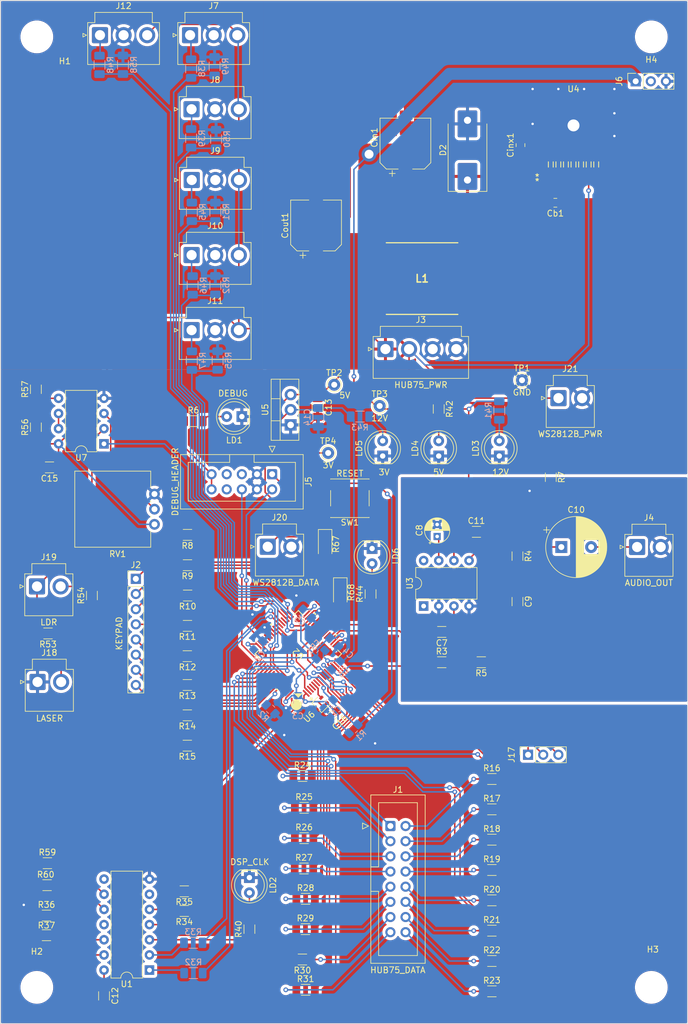
<source format=kicad_pcb>
(kicad_pcb (version 20221018) (generator pcbnew)
  (layers (0 "F.Cu" signal) (31 "B.Cu" signal) (34 "B.Paste" user) (35 "F.Paste" user) (36 "B.SilkS" user "B.Silkscreen") (37 "F.SilkS" user "F.Silkscreen") (38 "B.Mask" user) (39 "F.Mask" user) (44 "Edge.Cuts" user))
  (net 0 "")
  (net 1 "/microprocessor/NRST")
  (net 2 "+3V0")
  (net 3 "/microprocessor/BOOT0")
  (net 4 "PC13")
  (net 5 "Net-(U3-+)")
  (net 7 "PC0")
  (net 8 "PC1")
  (net 9 "PC2")
  (net 10 "PC3")
  (net 11 "Net-(U3-BYPASS)")
  (net 13 "PC4")
  (net 14 "PC5")
  (net 15 "PC6")
  (net 16 "PC7")
  (net 17 "PC8")
  (net 18 "PC9")
  (net 24 "PC10")
  (net 25 "PC11")
  (net 26 "PC12")
  (net 28 "Net-(J1-Pin_13)")
  (net 29 "Net-(J2-Pin_1)")
  (net 30 "Net-(J2-Pin_2)")
  (net 31 "Net-(J2-Pin_3)")
  (net 32 "Net-(J2-Pin_4)")
  (net 33 "Net-(J2-Pin_5)")
  (net 34 "Net-(J2-Pin_6)")
  (net 35 "Net-(J2-Pin_7)")
  (net 36 "Net-(J2-Pin_8)")
  (net 37 "PB0")
  (net 38 "PB1")
  (net 39 "PB2")
  (net 40 "PB3")
  (net 41 "PB4")
  (net 42 "PB5")
  (net 43 "PB6")
  (net 44 "PB10")
  (net 45 "PB11")
  (net 46 "PB12")
  (net 47 "PB13")
  (net 48 "PB14")
  (net 49 "PB15")
  (net 50 "PB7")
  (net 51 "PB8")
  (net 52 "PB9")
  (net 53 "+5V")
  (net 54 "Net-(C9-Pad1)")
  (net 55 "Net-(C10-Pad1)")
  (net 56 "Net-(J4-Pin_1)")
  (net 57 "Net-(U4-CB)")
  (net 58 "/microprocessor/U5V")
  (net 59 "Net-(J1-Pin_1)")
  (net 60 "Net-(J1-Pin_2)")
  (net 61 "Net-(J1-Pin_3)")
  (net 62 "Net-(J1-Pin_4)")
  (net 63 "Net-(J1-Pin_5)")
  (net 64 "Net-(J1-Pin_6)")
  (net 65 "Net-(J1-Pin_7)")
  (net 66 "Net-(J1-Pin_8)")
  (net 67 "Net-(J1-Pin_9)")
  (net 68 "Net-(J1-Pin_10)")
  (net 69 "Net-(J1-Pin_11)")
  (net 70 "Net-(J1-Pin_12)")
  (net 71 "Net-(J1-Pin_14)")
  (net 72 "Net-(J1-Pin_15)")
  (net 73 "Net-(J1-Pin_16)")
  (net 74 "/microprocessor/SWDIO_IN")
  (net 76 "/microprocessor/SWCLK_IN")
  (net 80 "Net-(LD1-A)")
  (net 81 "PA4")
  (net 82 "Net-(R30-Pad2)")
  (net 83 "Net-(R32-Pad2)")
  (net 84 "Net-(R33-Pad2)")
  (net 85 "Net-(R34-Pad2)")
  (net 86 "Net-(J7-Pin_1)")
  (net 87 "Net-(R36-Pad2)")
  (net 88 "Net-(R37-Pad2)")
  (net 90 "+12V")
  (net 94 "GNDA")
  (net 95 "Net-(LD2-A)")
  (net 96 "/power/VSW")
  (net 97 "Net-(LD3-A)")
  (net 98 "Net-(LD4-A)")
  (net 99 "Net-(LD5-A)")
  (net 100 "Net-(LD6-A)")
  (net 101 "Net-(J8-Pin_1)")
  (net 102 "Net-(J9-Pin_1)")
  (net 103 "Net-(U2-PA5)")
  (net 104 "Net-(J10-Pin_1)")
  (net 105 "Net-(J11-Pin_1)")
  (net 107 "PA0")
  (net 108 "PA1")
  (net 109 "PA2")
  (net 110 "PA3")
  (net 111 "Net-(J12-Pin_1)")
  (net 112 "Vin")
  (net 113 "Net-(J18-Pin_2)")
  (net 114 "Net-(J19-Pin_2)")
  (net 115 "Net-(U7B-+)")
  (net 116 "Net-(U7A-+)")
  (net 117 "Net-(U7B--)")
  (net 118 "GND")
  (net 119 "Net-(R35-Pad2)")
  (net 120 "Net-(U2-PF0-OSC_IN)")
  (net 123 "Net-(J20-Pin_1)")
  (net 124 "PA7")
  (net 126 "Net-(R59-Pad2)")
  (net 127 "Net-(R60-Pad2)")
  (footprint "Potentiometer_THT:Potentiometer_Vishay_148-149_Single_Vertical" (layer "F.Cu") (at 61.674 106.187 180)
    (fp_text reference "RV1")
    (fp_text value "R_Potentiometer")
  )
  (footprint "Connector_JST:JST_VH_B3P-VH_1x03_P3.96mm_Vertical" (layer "F.Cu") (at 67.645 29.337)
    (fp_text reference "J7")
    (fp_text value "Conn_01x03_Pin")
  )
  (footprint "Resistor_SMD:R_1206_3216Metric_Pad1.30x1.75mm_HandSolder" (layer "F.Cu") (at 86.767 163.83)
    (fp_text reference "R26")
    (fp_text value "1k")
  )
  (footprint "TestPoint:TestPoint_THTPad_D2.0mm_Drill1.0mm" (layer "F.Cu") (at 99.441 91.44)
    (fp_text reference "TP3")
    (fp_text value "12V")
  )
  (footprint "LED_THT:LED_D5.0mm" (layer "F.Cu") (at 119.507 99.822 90)
    (fp_text reference "LD3")
    (fp_text value "LED_Blue")
  )
  (footprint "Connector_JST:JST_VH_B4P-VH-B_1x04_P3.96mm_Vertical" (layer "F.Cu") (at 100.411 81.915)
    (fp_text reference "J3")
    (fp_text value "HUB75_PWR")
  )
  (footprint "Connector_JST:JST_VH_B2P-VH-B_1x02_P3.96mm_Vertical" (layer "F.Cu") (at 42.0575 137.668)
    (fp_text reference "J18")
    (fp_text value "LASER")
  )
  (footprint "Capacitor_SMD:C_1206_3216Metric_Pad1.33x1.80mm_HandSolder" (layer "F.Cu") (at 122.555 124.206 -90)
    (fp_text reference "C9")
    (fp_text value "33nF")
  )
  (footprint "Resistor_SMD:R_1206_3216Metric_Pad1.30x1.75mm_HandSolder" (layer "F.Cu") (at 118.263 164.084)
    (fp_text reference "R18")
    (fp_text value "1k")
  )
  (footprint "Connector_JST:JST_VH_B2P-VH-B_1x02_P3.96mm_Vertical" (layer "F.Cu") (at 129.4335 90.128)
    (fp_text reference "J21")
    (fp_text value "WS2812B_PWR")
  )
  (footprint "MountingHole:MountingHole_5mm" (layer "F.Cu") (at 145.003 188.818)
    (fp_text reference "H3")
    (fp_text value "MountingHole")
  )
  (footprint "Package_TO_SOT_SMD:SOT-323_SC-70" (layer "F.Cu") (at 89.408 141.478 -135)
    (fp_text reference "U6")
    (fp_text value "MAX7375AXR805")
  )
  (footprint "MountingHole:MountingHole_5mm" (layer "F.Cu") (at 145.003 29.622)
    (fp_text reference "H4")
    (fp_text value "MountingHole")
  )
  (footprint "Connector_JST:JST_VH_B2P-VH-B_1x02_P3.96mm_Vertical" (layer "F.Cu") (at 142.621 115.062)
    (fp_text reference "J4")
    (fp_text value "AUDIO_OUT")
  )
  (footprint "Capacitor_SMD:C_0805_2012Metric_Pad1.18x1.45mm_HandSolder" (layer "F.Cu") (at 128.905 57.404 180)
    (fp_text reference "Cb1")
    (fp_text value "10nF")
  )
  (footprint "Package_DIP:DIP-8_W7.62mm" (layer "F.Cu") (at 106.817 124.958 90)
    (fp_text reference "U3")
    (fp_text value "LM386")
  )
  (footprint "Capacitor_SMD:C_0805_2012Metric_Pad1.18x1.45mm_HandSolder" (layer "F.Cu") (at 91.567 143.256 -135)
    (fp_text reference "C16")
    (fp_text value ".1uF")
  )
  (footprint "LIB_MSS1210-103MEB:INDPM120120X1020N" (layer "F.Cu") (at 106.553 70.104 180)
    (fp_text reference "L1")
    (fp_text value "10uH" hide)
  )
  (footprint "Resistor_SMD:R_1206_3216Metric_Pad1.30x1.75mm_HandSolder" (layer "F.Cu") (at 51.181 123.19 90)
    (fp_text reference "R54")
    (fp_text value "10k")
  )
  (footprint "Resistor_SMD:R_1206_3216Metric_Pad1.30x1.75mm_HandSolder" (layer "F.Cu") (at 67.183 138.176 180)
    (fp_text reference "R13")
    (fp_text value "1k")
  )
  (footprint "LM2678-TO263:TS7B" (layer "F.Cu") (at 131.953 44.8564)
    (fp_text reference "U4")
    (fp_text value "LM2678S-12")
  )
  (footprint "Capacitor_SMD:C_1206_3216Metric_Pad1.33x1.80mm_HandSolder" (layer "F.Cu") (at 115.6755 112.522)
    (fp_text reference "C11")
    (fp_text value ".1uF")
  )
  (footprint "Capacitor_SMD:C_1206_3216Metric_Pad1.33x1.80mm_HandSolder" (layer "F.Cu") (at 89.027 91.694 -90)
    (fp_text reference "C13")
    (fp_text value "100n")
  )
  (footprint "Resistor_SMD:R_1206_3216Metric_Pad1.30x1.75mm_HandSolder" (layer "F.Cu") (at 77.597 179.07 90)
    (fp_text reference "R40")
    (fp_text value "5.6k")
  )
  (footprint "LED_SMD:LED_1206_3216Metric_Pad1.42x1.75mm_HandSolder" (layer "F.Cu") (at 90.297 114.5905 -90)
    (fp_text reference "R67")
    (fp_text value "7.5k")
  )
  (footprint "Resistor_SMD:R_1206_3216Metric_Pad1.30x1.75mm_HandSolder" (layer "F.Cu") (at 43.815 129.54 180)
    (fp_text reference "R53")
    (fp_text value "100")
  )
  (footprint "Resistor_SMD:R_1206_3216Metric_Pad1.30x1.75mm_HandSolder" (layer "F.Cu") (at 86.741 168.91)
    (fp_text reference "R27")
    (fp_text value "1k")
  )
  (footprint "Connector_JST:JST_VH_B3P-VH_1x03_P3.96mm_Vertical" (layer "F.Cu") (at 67.8905 41.741)
    (fp_text reference "J8")
    (fp_text value "Conn_01x03_Pin")
  )
  (footprint "Resistor_SMD:R_1206_3216Metric_Pad1.30x1.75mm_HandSolder" (layer "F.Cu") (at 67.209 128.27 180)
    (fp_text reference "R11")
    (fp_text value "1k")
  )
  (footprint "Connector_PinSocket_2.54mm:PinSocket_1x03_P2.54mm_Vertical" (layer "F.Cu") (at 124.333 149.86 90)
    (fp_text reference "J17")
    (fp_text value "Conn_01x03_Pin")
  )
  (footprint "Resistor_SMD:R_1206_3216Metric_Pad1.30x1.75mm_HandSolder" (layer "F.Cu") (at 118.263 153.924)
    (fp_text reference "R16")
    (fp_text value "1k")
  )
  (footprint "Resistor_SMD:R_1206_3216Metric_Pad1.30x1.75mm_HandSolder" (layer "F.Cu") (at 43.561 176.796)
    (fp_text reference "R36")
    (fp_text value "1k")
  )
  (footprint "Resistor_SMD:R_1206_3216Metric_Pad1.30x1.75mm_HandSolder" (layer "F.Cu") (at 86.995 179.07)
    (fp_text reference "R29")
    (fp_text value "1k")
  )
  (footprint "Package_TO_SOT_THT:TO-220-3_Vertical" (layer "F.Cu") (at 84.511 94.615 90)
    (fp_text reference "U5")
    (fp_text value "LD1117S33TR_SOT223")
  )
  (footprint "Resistor_SMD:R_1206_3216Metric_Pad1.30x1.75mm_HandSolder" (layer "F.Cu") (at 67.209 113.03 180)
    (fp_text reference "R8")
    (fp_text value "1k")
  )
  (footprint "Connector_JST:JST_VH_B2P-VH-B_1x02_P3.96mm_Vertical" (layer "F.Cu") (at 41.9705 121.666)
    (fp_text reference "J19")
    (fp_text value "LDR")
  )
  (footprint "MountingHole:MountingHole_5mm" (layer "F.Cu") (at 41.941 188.818)
    (fp_text reference "H2")
    (fp_text value "MountingHole")
  )
  (footprint "Resistor_SMD:R_1206_3216Metric_Pad1.30x1.75mm_HandSolder" (layer "F.Cu") (at 43.662 171.704)
    (fp_text reference "R60")
    (fp_text value "1k")
  )
  (footprint "Resistor_SMD:R_1206_3216Metric_Pad1.30x1.75mm_HandSolder" (layer "F.Cu") (at 67.209 118.11 180)
    (fp_text reference "R9")
    (fp_text value "1k")
  )
  (footprint "Resistor_SMD:R_1206_3216Metric_Pad1.30x1.75mm_HandSolder" (layer "F.Cu") (at 87.021 189.23)
    (fp_text reference "R31")
    (fp_text value "1k")
  )
  (footprint "Resistor_SMD:R_1206_3216Metric_Pad1.30x1.75mm_HandSolder" (layer "F.Cu") (at 86.513 153.416)
    (fp_text reference "R24")
    (fp_text value "1k")
  )
  (footprint "Resistor_SMD:R_1206_3216Metric_Pad1.30x1.75mm_HandSolder" (layer "F.Cu") (at 87.021 173.99)
    (fp_text reference "R28")
    (fp_text value "1k")
  )
  (footprint "Connector_PinHeader_2.54mm:PinHeader_1x08_P2.54mm_Vertical" (layer "F.Cu") (at 58.547 120.396)
    (fp_text reference "J2")
    (fp_text value "KEYPAD")
  )
  (footprint "Resistor_SMD:R_1206_3216Metric_Pad1.30x1.75mm_HandSolder" (layer "F.Cu") (at 118.263 179.324)
    (fp_text reference "R21")
    (fp_text value "1k")
  )
  (footprint "TestPoint:TestPoint_THTPad_D2.0mm_Drill1.0mm" (layer "F.Cu") (at 123.317 87.122)
    (fp_text reference "TP1")
    (fp_text value "GND")
  )
  (footprint "LED_THT:LED_D5.0mm" (layer "F.Cu") (at 77.597 170.434 -90)
    (fp_text reference "LD2")
    (fp_text value "LED_Green")
  )
  (footprint "Resistor_SMD:R_1206_3216Metric_Pad1.30x1.75mm_HandSolder" (layer "F.Cu") (at 86.767 158.75)
    (fp_text reference "R25")
    (fp_text value "1k")
  )
  (footprint "Custom:PrototypeBoard" (layer "F.Cu") (at 124.333 153.924)
    (fp_text reference "REF**" hide)
    (fp_text value "PrototypeBoard" hide)
  )
  (footprint "Resistor_SMD:R_1206_3216Metric_Pad1.30x1.75mm_HandSolder" (layer "F.Cu") (at 67.183 143.256 180)
    (fp_text reference "R14")
    (fp_text value "1k")
  )
  (footprint "Resistor_SMD:R_1206_3216Metric_Pad1.30x1.75mm_HandSolder" (layer "F.Cu") (at 118.263 169.164)
    (fp_text reference "R19")
    (fp_text value "0")
  )
  (footprint "Capacitor_SMD:CP_Elec_8x6.9" (layer "F.Cu") (at 88.773 61.214 90)
    (fp_text reference "Cout1")
    (fp_text value "330uF")
  )
  (footprint "Resistor_SMD:R_1206_3216Metric_Pad1.30x1.75mm_HandSolder" (layer "F.Cu") (at 67.183 133.35 180)
    (fp_text reference "R12")
    (fp_text value "1k")
  )
  (footprint "MountingHole:MountingHole_5mm" (layer "F.Cu") (at 41.941 29.622)
    (fp_text reference "H1")
    (fp_text value "MountingHole")
  )
  (footprint "STM32F091RCT6:LQFP64-10x10mm_STM" (layer "F.Cu") (at 85.797396 132.959058 135)
    (fp_text reference "U2")
    (fp_text value "STM32F091RCT6")
  )
  (footprint "Resistor_SMD:R_1206_3216Metric_Pad1.30x1.75mm_HandSolder" (layer "F.Cu") (at 118.263 184.404)
    (fp_text reference "R22")
    (fp_text value "1k")
  )
  (footprint "Capacitor_SMD:CP_Elec_8x6.9" (layer "F.Cu") (at 103.759 47.498 90)
    (fp_text reference "Cin1")
    (fp_text value "180uF")
  )
  (footprint "Connector_IDC:IDC-Header_2x08_P2.54mm_Vertical" (layer "F.Cu") (at 101.245 161.798)
    (fp_text reference "J1")
    (fp_text value "HUB75_DATA")
  )
  (footprint "Resistor_SMD:R_1206_3216Metric_Pad1.30x1.75mm_HandSolder" (layer "F.Cu") (at 43.714 168.021)
    (fp_text reference "R59")
    (fp_text value "1k")
  )
  (footprint "Connector_JST:JST_VH_B3P-VH_1x03_P3.96mm_Vertical" (layer "F.Cu") (at 67.922 53.594)
    (fp_text reference "J9")
    (fp_text value "Conn_01x03_Pin")
  )
  (footprint "Button_Switch_SMD:SW_SPST_PTS645" (layer "F.Cu") (at 94.445 106.898 180)
    (fp_text reference "SW1")
    (fp_text value "RESET")
  )
  (footprint "LED_SMD:LED_1206_3216Metric_Pad1.42x1.75mm_HandSolder" (layer "F.Cu") (at 92.837 122.682 -90)
    (fp_text reference "R68")
    (fp_text value "3k")
  )
  (footprint "LED_THT:LED_D5.0mm" (layer "F.Cu") (at 99.949 99.822 90)
    (fp_text reference "LD5")
    (fp_text value "LED_Red")
  )
  (footprint "Diode_SMD:D_SMC-RM10_Universal_Handsoldering" (layer "F.Cu") (at 114.173 48.594 90)
    (fp_text reference "D2")
    (fp_text value "550mV 5A")
  )
  (footprint "Resistor_SMD:R_1206_3216Metric_Pad1.30x1.75mm_HandSolder" (layer "F.Cu") (at 66.675 176.022 180)
    (fp_text reference "R34")
    (fp_text value "1k")
  )
  (footprint "Resistor_SMD:R_1206_3216Metric_Pad1.30x1.75mm_HandSolder" (layer "F.Cu") (at 68.199 93.98)
    (fp_text reference "R6")
    (fp_text value "10k")
  )
  (footprint "Connector_IDC:IDC-Header_2x05_P2.54mm_Vertical" (layer "F.Cu") (at 81.407 102.87 -90)
    (fp_text reference "J5")
    (fp_text value "DEBUG_HEADER")
  )
  (footprint "Capacitor_SMD:C_1206_3216Metric_Pad1.33x1.80mm_HandSolder" (layer "F.Cu") (at 53.213 190.246 -90)
    (fp_text reference "C12")
    (fp_text value ".1uF")
  )
  (footprint "Connector_JST:JST_VH_B3P-VH_1x03_P3.96mm_Vertical" (layer "F.Cu") (at 52.532 29.337)
    (fp_text reference "J12")
    (fp_text value "Conn_01x03_Pin")
  )
  (footprint "Resistor_SMD:R_1206_3216Metric_Pad1.30x1.75mm_HandSolder" (layer "F.Cu") (at 43.561 180.086)
    (fp_text reference "R37")
    (fp_text value "1k")
  )
  (footprint "Resistor_SMD:R_1206_3216Metric_Pad1.30x1.75mm_HandSolder" (layer "F.Cu") (at 116.485 134.366 180)
    (fp_text reference "R5")
    (fp_text value "800")
  )
  (footprint "Resistor_SMD:R_1206_3216Metric_Pad1.30x1.75mm_HandSolder" (layer "F.Cu") (at 118.263 174.244)
    (fp_text reference "R20")
    (fp_text value "1k")
  )
  (footprint "LED_THT:LED_D5.0mm" (layer "F.Cu") (at 98.171 115.316 -90)
    (fp_text reference "LD6")
    (fp_text value "LED_Red")
  )
  (footprint "Resistor_SMD:R_1206_3216Metric_Pad1.30x1.75mm_HandSolder" (layer "F.Cu") (at 41.783 88.646 90)
    (fp_text reference "R57")
    (fp_text value "1k")
  )
  (footprint "TestPoint:TestPoint_THTPad_D2.0mm_Drill1.0mm" (layer "F.Cu") (at 91.821 87.884)
    (fp_text reference "TP2")
    (fp_text value "5V")
  )
  (footprint "Capacitor_SMD:C_1206_3216Metric_Pad1.33x1.80mm_HandSolder" (layer "F.Cu") (at 44.069 101.727 180)
    (fp_text reference "C15")
    (fp_text value "1u")
  )
  (footprint "Resistor_SMD:R_1206_3216Metric_Pad1.30x1.75mm_HandSolder" (layer "F.Cu") (at 41.783 94.996 90)
    (fp_text reference "R56")
    (fp_text value "1k")
  )
  (footprint "Capacitor_THT:CP_Radial_D10.0mm_P5.00mm" (layer "F.Cu") (at 129.911 115.072)
    (fp_text reference "C10")
    (fp_text value "1mF")
  )
  (footprint "Resistor_SMD:R_1206_3216Metric_Pad1.30x1.75mm_HandSolder" (layer "F.Cu") (at 118.263 189.484)
    (fp_text reference "R23")
    (fp_text value "0")
  )
  (footprint "Connector_JST:JST_VH_B2P-VH-B_1x02_P3.96mm_Vertical" (layer "F.Cu") (at 80.6655 115.02)
    (fp_text reference "J20")
    (fp_text value "WS2812B_DATA")
  )
  (footprint "Connector_JST:JST_VH_B3P-VH_1x03_P3.96mm_Vertical" (layer "F.Cu") (at 67.899 78.74)
    (fp_text reference "J11")
    (fp_text value "Conn_01x03_Pin")
  )
  (footprint "Capacitor_SMD:C_1206_3216Metric_Pad1.33x1.80mm_HandSolder" (layer "F.Cu") (at 109.855 129.286 180)
    (fp_text reference "C7")
    (fp_text value "10nF")
  )
  (footprint "Resistor_SMD:R_1206_3216Metric_Pad1.30x1.75mm_HandSolder" (layer "F.Cu") (at 67.183 148.336 180)
    (fp_text reference "R15")
    (fp_text value "1k")
  )
  (footprint "Resistor_SMD:R_1206_3216Metric_Pad1.30x1.75mm_HandSolder" (layer "F.Cu") (at 97.917 122.936 90)
    (fp_text reference "R44")
    (fp_text value "5.6k")
  )
  (footprint "Resistor_SMD:R_1206_3216Metric_Pad1.30x1.75mm_HandSolder" (layer "F.Cu") (at 118.263 159.004)
    (fp_text reference "R17")
    (fp_text value "0")
  )
  (footprint "Connector_JST:JST_VH_B3P-VH_1x03_P3.96mm_Vertical" (layer "F.Cu") (at 67.899 66.167)
    (fp_text reference "J10")
    (fp_text value "Conn_01x03_Pin")
  )
  (footprint "LED_THT:LED_D5.0mm" (layer "F.Cu") (at 109.347 99.822 90)
    (fp_text reference "LD4")
    (fp_text value "LED_Green")
  )
  (footprint "Resistor_SMD:R_1206_3216Metric_Pad1.30x1.75mm_HandSolder" (layer "F.Cu") (at 67.235 123.19 180)
    (fp_text reference "R10")
    (fp_text value "1k")
  )
  (footprint "Package_DIP:DIP-14_W7.62mm" (layer "F.Cu") (at 60.833 185.928 180)
    (fp_text reference "U1")
    (fp_text value "74LS08")
  )
  (footprint "Resistor_SMD:R_1206_3216Metric_Pad1.30x1.75mm_HandSolder" (layer "F.Cu") (at 128.143 103.378 -90)
    (fp_text reference "R7")
    (fp_text value "0")
  )
  (footprint "Capacitor_THT:CP_Radial_D4.0mm_P2.00mm" (layer "F.Cu") (at 109.083 113.294 90)
    (fp_text reference "C8")
    (fp_text value "10uF")
  )
  (footprint "Package_DIP:DIP-8_W7.62mm" (layer "F.Cu") (at 53.203 97.78 180)
    (fp_text reference "U7")
    (fp_text value "LM358")
  )
  (footprint "TestPoint:TestPoint_THTPad_D2.0mm_Drill1.0mm" (layer "F.Cu") (at 90.805 99.314)
    (fp_text reference "TP4")
    (fp_text value "3V")
  )
  (footprint "LED_THT:LED_D5.0mm" (layer "F.Cu") (at 76.327 93.218 180)
    (fp_text reference "LD1")
    (fp_text value "LED_Red")
  )
  (footprint "Resistor_SMD:R_1206_3216Metric_Pad1.30x1.75mm_HandSolder" (layer "F.Cu") (at 66.675 172.732 180)
    (fp_text reference "R35")
    (fp_text value "1k")
  )
  (footprint "Capacitor_SMD:C_0805_2012Metric_Pad1.18x1.45mm_HandSolder" (layer "F.Cu") (at 123.063 47.752 90)
    (fp_text reference "Cinx1")
    (fp_text value "100nF")
  )
  (footprint "Resistor_SMD:R_1206_3216Metric_Pad1.30x1.75mm_HandSolder" (layer "F.Cu") (at 109.855 134.366)
    (fp_text reference "R3")
    (fp_text value "3.2k")
  )
  (footprint "Connector_PinSocket_2.54mm:PinSocket_1x03_P2.54mm_Vertical" (layer "F.Cu") (at 142.382 37.059 90)
    (fp_text reference "J6")
    (fp_text value "Conn_01x03_Pin")
  )
  (footprint "Resistor_SMD:R_1206_3216Metric_Pad1.30x1.75mm_HandSolder" (layer "F.Cu") (at 122.555 116.586 -90)
    (fp_text reference "R4")
    (fp_text value "10")
  )
  (footprint "Resistor_SMD:R_1206_3216Metric_Pad1.30x1.75mm_HandSolder" (layer "F.Cu") (at 109.347 91.948 -90)
    (fp_text reference "R42")
    (fp_text value "5.6k")
  )
  (footprint "Resistor_SMD:R_1206_3216Metric_Pad1.30x1.75mm_HandSolder" (layer "F.Cu") (at 86.487 184.15 180)
    (fp_text reference "R30")
    (fp_text value "1k")
  )
  (footprint "Resistor_SMD:R_1206_3216Metric_Pad1.30x1.75mm_HandSolder" (layer "B.Cu") (at 71.755 34.544 90)
    (fp_text reference "R49")
    (fp_text value "2k")
  )
  (footprint "Capacitor_SMD:C_0805_2012Metric_Pad1.18x1.45mm_HandSolder" (layer "B.Cu") (at 85.725 140.9915 -90)
    (fp_text reference "C3")
    (fp_text value ".1uF")
  )
  (footprint "Resistor_SMD:R_1206_3216Metric_Pad1.30x1.75mm_HandSolder" (layer "B.Cu") (at 119.507 92.202 -90)
    (fp_text reference "R41")
    (fp_text value "56k")
  )
  (footprint "Capacitor_SMD:C_0805_2012Metric_Pad1.18x1.45mm_HandSolder" (layer "B.Cu") (at 91.821 131.064 -45)
    (fp_text reference "C4")
    (fp_text value ".1uF")
  )
  (footprint "Resistor_SMD:R_1206_3216Metric_Pad1.30x1.75mm_HandSolder" (layer "B.Cu") (at 67.818 46.609 90)
    (fp_text reference "R39")
    (fp_text value "1k")
  )
  (footprint "Resistor_SMD:R_1206_3216Metric_Pad1.30x1.75mm_HandSolder" (layer "B.Cu") (at 67.945 58.928 90)
    (fp_text reference "R45")
    (fp_text value "1k")
  )
  (footprint "Resistor_SMD:R_1206_3216Metric_Pad1.30x1.75mm_HandSolder" (layer "B.Cu") (at 72.009 46.736 90)
    (fp_text reference "R50")
    (fp_text value "2k")
  )
  (footprint "Capacitor_SMD:C_0805_2012Metric_Pad1.18x1.45mm_HandSolder" (layer "B.Cu") (at 79.121 131.572 45)
    (fp_text reference "C2")
    (fp_text value ".1uF")
  )
  (footprint "Resistor_SMD:R_1206_3216Metric_Pad1.30x1.75mm_HandSolder" (layer "B.Cu") (at 67.818 34.925 90)
    (fp_text reference "R38")
    (fp_text value "1k")
  )
  (footprint "Resistor_SMD:R_1206_3216Metric_Pad1.30x1.75mm_HandSolder" (layer "B.Cu") (at 52.451 34.316 90)
    (fp_text reference "R48")
    (fp_text value "1k")
  )
  (footprint "Resistor_SMD:R_1206_3216Metric_Pad1.30x1.75mm_HandSolder" (layer "B.Cu") (at 67.945 83.846 90)
    (fp_text reference "R47")
    (fp_text value "1k")
  )
  (footprint "Capacitor_SMD:C_0805_2012Metric_Pad1.18x1.45mm_HandSolder" (layer "B.Cu") (at 87.249 126.238 -45)
    (fp_text reference "C5")
    (fp_text value ".1uF")
  )
  (footprint "Resistor_SMD:R_1206_3216Metric_Pad1.30x1.75mm_HandSolder" (layer "B.Cu") (at 68.072 71.247 90)
    (fp_text reference "R46")
    (fp_text value "1k")
  )
  (footprint "Capacitor_SMD:C_0805_2012Metric_Pad1.18x1.45mm_HandSolder" (layer "B.Cu") (at 92.075 134.874 -135)
    (fp_text reference "C6")
    (fp_text value ".1uF")
  )
  (footprint "Resistor_SMD:R_1206_3216Metric_Pad1.30x1.75mm_HandSolder" (layer "B.Cu") (at 72.263 83.82 90)
    (fp_text reference "R55")
    (fp_text value "2k")
  )
  (footprint "Resistor_SMD:R_1206_3216Metric_Pad1.30x1.75mm_HandSolder" (layer "B.Cu") (at 68.199 186.436 180)
    (fp_text reference "R32")
    (fp_text value "1k")
  )
  (footprint "Resistor_SMD:R_1206_3216Metric_Pad1.30x1.75mm_HandSolder" (layer "B.Cu") (at 96.139 93.218)
    (fp_text reference "R43")
    (fp_text value "5.6k")
  )
  (footprint "Capacitor_SMD:C_1206_3216Metric_Pad1.33x1.80mm_HandSolder" (layer "B.Cu") (at 89.154 93.345 -90)
    (fp_text reference "C14")
    (fp_text value "10u")
  )
  (footprint "Resistor_SMD:R_1206_3216Metric_Pad1.30x1.75mm_HandSolder" (layer "B.Cu") (at 56.388 34.29 90)
    (fp_text reference "R58")
    (fp_text value "2k")
  )
  (footprint "Resistor_SMD:R_1206_3216Metric_Pad1.30x1.75mm_HandSolder" (layer "B.Cu") (at 71.882 58.928 90)
    (fp_text reference "R51")
    (fp_text value "2k")
  )
  (footprint "Resistor_SMD:R_1206_3216Metric_Pad1.30x1.75mm_HandSolder" (layer "B.Cu") (at 71.882 71.221 90)
    (fp_text reference "R52")
    (fp_text value "2k")
  )
  (footprint "Capacitor_SMD:C_0805_2012Metric_Pad1.18x1.45mm_HandSolder" (layer "B.Cu") (at 81.153 142.24 -45)
    (fp_text reference "R2")
    (fp_text value "100K")
  )
  (footprint "Capacitor_SMD:C_0805_2012Metric_Pad1.18x1.45mm_HandSolder" (layer "B.Cu") (at 95.024377 145.513623 45)
    (fp_text reference "R1")
    (fp_text value "100K")
  )
  (footprint "Resistor_SMD:R_1206_3216Metric_Pad1.30x1.75mm_HandSolder" (layer "B.Cu") (at 68.173 181.356 180)
    (fp_text reference "R33")
    (fp_text value "1k")
  )
  (footprint "Capacitor_SMD:C_0805_2012Metric_Pad1.18x1.45mm_HandSolder" (layer "B.Cu") (at 90.903623 141.379377 -135)
    (fp_text reference "C1")
    (fp_text value ".1uF")
  )
  (footprint "Inductor_SMD:L_0805_2012Metric_Pad1.15x1.40mm_HandSolder" (layer "B.Cu") (at 89.535 133.096 -135)
    (fp_text reference "FB1")
    (fp_text value "Ferrite Bead" hide)
  )
  (gr_rect (start 35.814 23.495) (end 151.13 194.945) (stroke (width 0.1)) (fill none) (layer "Edge.Cuts"))
  (gr_text "12V" (at 118.237 103.124) (layer "F.SilkS") (effects (font (size 1 1)) (justify left bottom)))
  (gr_text "DEBUG" (at 72.263 89.916) (layer "F.SilkS") (effects (font (size 1 1)) (justify left bottom)))
  (gr_text "5V" (at 108.331 103.124) (layer "F.SilkS") (effects (font (size 1 1)) (justify left bottom)))
  (gr_text "DSP_CLK" (at 74.295 168.402) (layer "F.SilkS") (effects (font (size 1 1)) (justify left bottom)))
  (gr_text "3V" (at 99.187 103.124) (layer "F.SilkS") (effects (font (size 1 1)) (justify left bottom)))
  (segment (start 82.931 104.394) (end 98.933 104.394) (width 0.25) (layer "F.Cu") (net 1))
  (segment (start 90.043 138.684) (end 90.043 138.265324) (width 0.25) (layer "F.Cu") (net 1))
  (segment (start 98.933 104.394) (end 100.711 106.172) (width 0.25) (layer "F.Cu") (net 1))
  (segment (start 81.407 102.87) (end 82.931 104.394) (width 0.25) (layer "F.Cu") (net 1))
  (segment (start 90.043 138.265324) (end 89.236338 137.458662) (width 0.25) (layer "F.Cu") (net 1))
  (via (at 100.711 106.172) (size 0.8) (drill 0.4) (layers "F.Cu" "B.Cu") (net 1))
  (via (at 90.043 138.684) (size 0.8) (drill 0.4) (layers "F.Cu" "B.Cu") (net 1))
  (segment (start 96.139 144.78) (end 95.25 144.78) (width 0.25) (layer "B.Cu") (net 1))
  (segment (start 100.711 106.172) (end 101.473 106.934) (width 0.25) (layer "B.Cu") (net 1))
  (segment (start 91.637246 141.167246) (end 91.637246 140.645754) (width 0.25) (layer "B.Cu") (net 1))
  (segment (start 101.473 136.635728) (end 101.473 139.446) (width 0.25) (layer "B.Cu") (net 1))
  (segment (start 91.256246 140.532246) (end 90.043 139.319) (width 0.25) (layer "B.Cu") (net 1))
  (segment (start 101.473 139.446) (end 96.139 144.78) (width 0.25) (layer "B.Cu") (net 1))
  (segment (start 95.25 144.78) (end 91.637246 141.167246) (width 0.25) (layer "B.Cu") (net 1))
  (segment (start 101.473 106.934) (end 101.473 136.612923) (width 0.25) (layer "B.Cu") (net 1))
  (segment (start 90.043 139.319) (end 90.043 138.684) (width 0.25) (layer "B.Cu") (net 1))
  (segment (start 91.637246 140.532246) (end 91.256246 140.532246) (width 0.25) (layer "B.Cu") (net 1))
  (segment (start 92.814041 129.8315) (end 91.711213 130.934328) (width 0.25) (layer "F.Cu") (net 2))
  (segment (start 90.684513 141.230513) (end 91.976377 142.522377) (width 0.25) (layer "F.Cu") (net 2))
  (segment (start 85.471 138.303) (end 85.471 141.859) (width 0.25) (layer "F.Cu") (net 2))
  (segment (start 83.693 140.97) (end 83.693 140.366755) (width 0.25) (layer "F.Cu") (net 2))
  (segment (start 86.741 140.716) (end 86.741 139.954001) (width 0.25) (layer "F.Cu") (net 2))
  (segment (start 55.88 171.45) (end 55.88 186.5415) (width 0.25) (layer "F.Cu") (net 2))
  (segment (start 86.741 139.954001) (end 87.115019 139.579982) (width 0.25) (layer "F.Cu") (net 2))
  (segment (start 89.104223 140.97) (end 91.263223 143.129) (width 0.25) (layer "F.Cu") (net 2))
  (segment (start 78.853037 131.318) (end 79.176472 131.641435) (width 0.25) (layer "F.Cu") (net 2))
  (segment (start 93.091 129.8315) (end 92.814041 129.8315) (width 0.25) (layer "F.Cu") (net 2))
  (segment (start 53.213 189.2085) (end 53.213 185.928) (width 0.25) (layer "F.Cu") (net 2))
  (segment (start 90.574726 141.230513) (end 90.684513 141.230513) (width 0.25) (layer "F.Cu") (net 2))
  (segment (start 86.995 140.97) (end 89.104223 140.97) (width 0.25) (layer "F.Cu") (net 2))
  (segment (start 91.694 143.129) (end 92.300623 142.522377) (width 0.25) (layer "F.Cu") (net 2))
  (segment (start 86.995 140.97) (end 86.741 140.716) (width 0.25) (layer "F.Cu") (net 2))
  (segment (start 88.519 124.968) (end 88.485153 124.968) (width 0.25) (layer "F.Cu") (net 2))
  (segment (start 83.693 140.366755) (end 84.479773 139.579982) (width 0.25) (layer "F.Cu") (net 2))
  (segment (start 91.976377 142.522377) (end 92.300623 142.522377) (width 0.25) (layer "F.Cu") (net 2))
  (segment (start 77.343 131.318) (end 78.853037 131.318) (width 0.25) (layer "F.Cu") (net 2))
  (segment (start 55.88 186.5415) (end 53.213 189.2085) (width 0.25) (layer "F.Cu") (net 2))
  (segment (start 85.471 141.859) (end 55.88 171.45) (width 0.25) (layer "F.Cu") (net 2))
  (segment (start 91.263223 143.129) (end 91.694 143.129) (width 0.25) (layer "F.Cu") (net 2))
  (segment (start 88.485153 124.968) (end 87.115019 126.338134) (width 0.25) (layer "F.Cu") (net 2))
  (via (at 83.693 140.97) (size 0.8) (drill 0.4) (layers "F.Cu" "B.Cu") (net 2))
  (via (at 85.471 138.303) (size 0.8) (drill 0.4) (layers "F.Cu" "B.Cu") (net 2))
  (via (at 93.091 129.8315) (size 0.8) (drill 0.4) (layers "F.Cu" "B.Cu") (net 2))
  (via (at 77.343 131.318) (size 0.8) (drill 0.4) (layers "F.Cu" "B.Cu") (net 2))
  (via (at 86.995 140.97) (size 0.8) (drill 0.4) (layers "F.Cu" "B.Cu") (net 2))
  (via (at 88.519 124.968) (size 0.8) (drill 0.4) (layers "F.Cu" "B.Cu") (net 2))
  (segment (start 88.556216 133.566784) (end 88.519 133.604) (width 0.25) (layer "B.Cu") (net 2))
  (segment (start 86.233 125.786754) (end 86.515377 125.504377) (width 0.25) (layer "B.Cu") (net 2))
  (segment (start 86.515377 125.504377) (end 87.982623 125.504377) (width 0.25) (layer "B.Cu") (net 2))
  (segment (start 88.519 133.604) (end 79.685754 133.604) (width 0.25) (layer "B.Cu") (net 2))
  (segment (start 79.685754 133.604) (end 78.387377 132.305623) (width 0.25) (layer "B.Cu") (net 2))
  (segment (start 86.995 140.97) (end 89.828077 140.97) (width 0.25) (layer "B.Cu") (net 2))
  (segment (start 90.851055 130.330377) (end 91.087377 130.330377) (width 0.25) (layer "B.Cu") (net 2))
  (segment (start 89.828077 140.97) (end 89.834601 140.963476) (width 0.25) (layer "B.Cu") (net 2))
  (segment (start 90.310945 140.963476) (end 92.456 143.108531) (width 0.25) (layer "B.Cu") (net 2))
  (segment (start 85.471 139.7) (end 85.725 139.954) (width 0.25) (layer "B.Cu") (net 2))
  (segment (start 88.556216 133.566784) (end 89.027 133.096) (width 0.25) (layer "B.Cu") (net 2))
  (segment (start 88.556216 134.074784) (end 85.471 137.16) (width 0.25) (layer "B.Cu") (net 2))
  (segment (start 92.046623 130.330377) (end 91.087377 130.330377) (width 0.25) (layer "B.Cu") (net 2))
  (segment (start 77.343 131.318) (end 77.399754 131.318) (width 0.25) (layer "B.Cu") (net 2))
  (segment (start 93.091 129.8315) (end 92.5455 129.8315) (width 0.25) (layer "B.Cu") (net 2))
  (segment (start 89.834601 140.963476) (end 90.310945 140.963476) (width 0.25) (layer "B.Cu") (net 2))
  (segment (start 92.456 143.108531) (end 92.456 144.399) (width 0.25) (layer "B.Cu") (net 2))
  (segment (start 89.027 132.154432) (end 90.851055 130.330377) (width 0.25) (layer "B.Cu") (net 2))
  (segment (start 85.979 139.954) (end 85.725 139.954) (width 0.25) (layer "B.Cu") (net 2))
  (segment (start 88.556216 133.566784) (end 88.556216 133.133216) (width 0.25) (layer "B.Cu") (net 2))
  (segment (start 88.556216 133.566784) (end 88.556216 134.074784) (width 0.25) (layer "B.Cu") (net 2))
  (segment (start 85.471 137.16) (end 85.471 139.7) (width 0.25) (layer "B.Cu") (net 2))
  (segment (start 92.456 144.399) (end 94.078623 146.021623) (width 0.25) (layer "B.Cu") (net 2))
  (segment (start 89.027 133.096) (end 89.027 132.154432) (width 0.25) (layer "B.Cu") (net 2))
  (segment (start 84.709 139.954) (end 85.725 139.954) (width 0.25) (layer "B.Cu") (net 2))
  (segment (start 87.982623 125.504377) (end 88.519 124.968) (width 0.25) (layer "B.Cu") (net 2))
  (segment (start 77.399754 131.318) (end 78.387377 132.305623) (width 0.25) (layer "B.Cu") (net 2))
  (segment (start 86.233 130.81) (end 86.233 125.786754) (width 0.25) (layer "B.Cu") (net 2))
  (segment (start 88.556216 133.133216) (end 86.233 130.81) (width 0.25) (layer "B.Cu") (net 2))
  (segment (start 83.693 140.97) (end 84.709 139.954) (width 0.25) (layer "B.Cu") (net 2))
  (segment (start 86.995 140.97) (end 85.979 139.954) (width 0.25) (layer "B.Cu") (net 2))
  (segment (start 92.5455 129.8315) (end 92.046623 130.330377) (width 0.25) (layer "B.Cu") (net 2))
  (segment (start 81.881909 139.66691) (end 81.881909 139.349417) (width 0.25) (layer "F.Cu") (net 3))
  (segment (start 81.881909 139.349417) (end 83.065559 138.165767) (width 0.25) (layer "F.Cu") (net 3))
  (via (at 81.881909 139.66691) (size 0.8) (drill 0.4) (layers "F.Cu" "B.Cu") (net 3))
  (segment (start 80.419377 141.129442) (end 81.881909 139.66691) (width 0.25) (layer "B.Cu") (net 3))
  (segment (start 80.419377 141.506377) (end 80.419377 141.129442) (width 0.25) (layer "B.Cu") (net 3))
  (segment (start 86.868 138.625858) (end 87.468571 139.226429) (width 0.25) (layer "F.Cu") (net 4))
  (segment (start 92.075 185.726) (end 88.571 189.23) (width 0.25) (layer "F.Cu") (net 4))
  (segment (start 91.718965 150.613968) (end 92.075 150.970003) (width 0.25) (layer "F.Cu") (net 4))
  (segment (start 86.868 136.661994) (end 86.868 138.625858) (width 0.25) (layer "F.Cu") (net 4))
  (segment (start 92.075 150.970003) (end 92.075 185.726) (width 0.25) (layer "F.Cu") (net 4))
  (segment (start 85.906203 135.700197) (end 86.868 136.661994) (width 0.25) (layer "F.Cu") (net 4))
  (via (at 91.718965 150.613968) (size 0.8) (drill 0.4) (layers "F.Cu" "B.Cu") (net 4))
  (via (at 85.906203 135.700197) (size 0.8) (drill 0.4) (layers "F.Cu" "B.Cu") (net 4))
  (segment (start 78.562396 135.053) (end 77.666 135.949396) (width 0.25) (layer "B.Cu") (net 4))
  (segment (start 85.015 135.053) (end 78.562396 135.053) (width 0.25) (layer "B.Cu") (net 4))
  (segment (start 77.666 135.949396) (end 77.666 143.450604) (width 0.25) (layer "B.Cu") (net 4))
  (segment (start 85.662197 135.700197) (end 85.015 135.053) (width 0.25) (layer "B.Cu") (net 4))
  (segment (start 91.300103 150.195106) (end 91.718965 150.613968) (width 0.25) (layer "B.Cu") (net 4))
  (segment (start 77.666 143.450604) (end 84.410502 150.195106) (width 0.25) (layer "B.Cu") (net 4))
  (segment (start 84.410502 150.195106) (end 91.300103 150.195106) (width 0.25) (layer "B.Cu") (net 4))
  (segment (start 85.906203 135.700197) (end 85.662197 135.700197) (width 0.25) (layer "B.Cu") (net 4))
  (segment (start 111.4175 129.286) (end 111.405 129.2985) (width 0.25) (layer "F.Cu") (net 5))
  (segment (start 111.405 134.366) (end 114.935 134.366) (width 0.25) (layer "F.Cu") (net 5))
  (segment (start 111.897 128.8065) (end 111.4175 129.286) (width 0.25) (layer "F.Cu") (net 5))
  (segment (start 111.405 129.2985) (end 111.405 134.366) (width 0.25) (layer "F.Cu") (net 5))
  (segment (start 111.897 124.958) (end 111.897 128.8065) (width 0.25) (layer "F.Cu") (net 5))
  (segment (start 93.969 142.452305) (end 93.969 143.008812) (width 0.25) (layer "F.Cu") (net 7))
  (segment (start 90.755 139.238305) (end 93.969 142.452305) (width 0.25) (layer "F.Cu") (net 7))
  (segment (start 90.768 138.283215) (end 90.768 139.238305) (width 0.25) (layer "F.Cu") (net 7))
  (segment (start 88.063 148.914812) (end 88.063 153.416) (width 0.25) (layer "F.Cu") (net 7))
  (segment (start 93.969 143.008812) (end 88.063 148.914812) (width 0.25) (layer "F.Cu") (net 7))
  (segment (start 89.589893 137.105108) (end 90.768 138.283215) (width 0.25) (layer "F.Cu") (net 7))
  (segment (start 101.981 146.812) (end 114.681 146.812) (width 0.25) (layer "F.Cu") (net 8))
  (segment (start 89.335891 136.144) (end 88.392 136.144) (width 0.25) (layer "F.Cu") (net 8))
  (segment (start 89.943446 136.751555) (end 89.335891 136.144) (width 0.25) (layer "F.Cu") (net 8))
  (segment (start 114.681 146.812) (end 119.813 151.944) (width 0.25) (layer "F.Cu") (net 8))
  (segment (start 94.564413 138.861587) (end 94.564413 139.395413) (width 0.25) (layer "F.Cu") (net 8))
  (segment (start 119.813 151.944) (end 119.813 153.924) (width 0.25) (layer "F.Cu") (net 8))
  (segment (start 94.564413 139.395413) (end 101.981 146.812) (width 0.25) (layer "F.Cu") (net 8))
  (via (at 88.392 136.144) (size 0.8) (drill 0.4) (layers "F.Cu" "B.Cu") (net 8))
  (via (at 94.564413 138.861587) (size 0.8) (drill 0.4) (layers "F.Cu" "B.Cu") (net 8))
  (segment (start 89.662801 136.144) (end 88.392 136.144) (width 0.25) (layer "B.Cu") (net 8))
  (segment (start 91.948801 138.43) (end 89.662801 136.144) (width 0.25) (layer "B.Cu") (net 8))
  (segment (start 94.564413 138.861587) (end 94.132826 138.43) (width 0.25) (layer "B.Cu") (net 8))
  (segment (start 94.132826 138.43) (end 91.948801 138.43) (width 0.25) (layer "B.Cu") (net 8))
  (segment (start 94.419 142.172396) (end 94.419 143.195208) (width 0.25) (layer "F.Cu") (net 9))
  (segment (start 94.419 143.195208) (end 89.038 148.576208) (width 0.25) (layer "F.Cu") (net 9))
  (segment (start 90.297 136.398) (end 91.218 137.319) (width 0.25) (layer "F.Cu") (net 9))
  (segment (start 91.218 137.319) (end 91.218 138.971396) (width 0.25) (layer "F.Cu") (net 9))
  (segment (start 91.218 138.971396) (end 94.419 142.172396) (width 0.25) (layer "F.Cu") (net 9))
  (segment (start 89.038 158.029) (end 88.317 158.75) (width 0.25) (layer "F.Cu") (net 9))
  (segment (start 89.038 148.576208) (end 89.038 158.029) (width 0.25) (layer "F.Cu") (net 9))
  (segment (start 89.561 162.814) (end 88.545 163.83) (width 0.25) (layer "F.Cu") (net 10))
  (segment (start 89.561 148.689604) (end 89.561 162.814) (width 0.25) (layer "F.Cu") (net 10))
  (segment (start 91.668 138.732892) (end 94.869 141.933892) (width 0.25) (layer "F.Cu") (net 10))
  (segment (start 94.869 143.381604) (end 89.561 148.689604) (width 0.25) (layer "F.Cu") (net 10))
  (segment (start 94.869 141.933892) (end 94.869 143.381604) (width 0.25) (layer "F.Cu") (net 10))
  (segment (start 91.668 137.061895) (end 91.668 138.732892) (width 0.25) (layer "F.Cu") (net 10))
  (segment (start 90.650553 136.044448) (end 91.668 137.061895) (width 0.25) (layer "F.Cu") (net 10))
  (segment (start 88.545 163.83) (end 88.317 163.83) (width 0.25) (layer "F.Cu") (net 10))
  (segment (start 109.347 113.284) (end 109.347 117.328) (width 0.25) (layer "F.Cu") (net 11))
  (segment (start 109.347 117.328) (end 109.357 117.338) (width 0.25) (layer "F.Cu") (net 11))
  (segment (start 89.943446 129.166561) (end 89.352362 129.757645) (width 0.25) (layer "F.Cu") (net 13))
  (segment (start 87.376 132.461) (end 87.376 133.985) (width 0.25) (layer "F.Cu") (net 13))
  (segment (start 93.357913 137.655087) (end 93.839413 138.136587) (width 0.25) (layer "F.Cu") (net 13))
  (segment (start 89.051732 135.255) (end 88.646 135.255) (width 0.25) (layer "F.Cu") (net 13))
  (segment (start 89.352362 130.484638) (end 87.376 132.461) (width 0.25) (layer "F.Cu") (net 13))
  (segment (start 89.352362 129.757645) (end 89.352362 130.484638) (width 0.25) (layer "F.Cu") (net 13))
  (segment (start 93.839413 138.136587) (end 93.839413 139.432413) (width 0.25) (layer "F.Cu") (net 13))
  (segment (start 87.376 133.985) (end 88.646 135.255) (width 0.25) (layer "F.Cu") (net 13))
  (segment (start 118.838 163.109) (end 119.813 164.084) (width 0.25) (layer "F.Cu") (net 13))
  (segment (start 118.838 151.731) (end 118.838 163.109) (width 0.25) (layer "F.Cu") (net 13))
  (segment (start 114.485 147.378) (end 118.838 151.731) (width 0.25) (layer "F.Cu") (net 13))
  (segment (start 93.839413 139.432413) (end 101.785 147.378) (width 0.25) (layer "F.Cu") (net 13))
  (segment (start 89.201068 135.404336) (end 89.051732 135.255) (width 0.25) (layer "F.Cu") (net 13))
  (segment (start 101.785 147.378) (end 114.485 147.378) (width 0.25) (layer "F.Cu") (net 13))
  (via (at 93.357913 137.655087) (size 0.8) (drill 0.4) (layers "F.Cu" "B.Cu") (net 13))
  (via (at 89.201068 135.404336) (size 0.8) (drill 0.4) (layers "F.Cu" "B.Cu") (net 13))
  (segment (start 89.559533 135.404336) (end 89.201068 135.404336) (width 0.25) (layer "B.Cu") (net 13))
  (segment (start 91.810284 137.655087) (end 89.559533 135.404336) (width 0.25) (layer "B.Cu") (net 13))
  (segment (start 93.357913 137.655087) (end 91.810284 137.655087) (width 0.25) (layer "B.Cu") (net 13))
  (segment (start 93.114913 139.1545) (end 93.114913 139.469913) (width 0.25) (layer "F.Cu") (net 14))
  (segment (start 90.069 156.227827) (end 90.069 167.132) (width 0.25) (layer "F.Cu") (net 14))
  (segment (start 95.377 143.51) (end 90.043 148.844) (width 0.25) (layer "F.Cu") (net 14))
  (segment (start 85.471 132.931901) (end 89.589893 128.813008) (width 0.25) (layer "F.Cu") (net 14))
  (segment (start 90.043 156.201827) (end 90.069 156.227827) (width 0.25) (layer "F.Cu") (net 14))
  (segment (start 87.63 136.906) (end 87.318 136.594) (width 0.25) (layer "F.Cu") (net 14))
  (segment (start 85.471 134.240396) (end 85.471 132.931901) (width 0.25) (layer "F.Cu") (net 14))
  (segment (start 90.043 148.844) (end 90.043 156.201827) (width 0.25) (layer "F.Cu") (net 14))
  (segment (start 93.114913 139.469913) (end 95.377 141.732) (width 0.25) (layer "F.Cu") (net 14))
  (segment (start 95.377 141.732) (end 95.377 143.51) (width 0.25) (layer "F.Cu") (net 14))
  (segment (start 87.318 136.087396) (end 85.471 134.240396) (width 0.25) (layer "F.Cu") (net 14))
  (segment (start 90.069 167.132) (end 88.291 168.91) (width 0.25) (layer "F.Cu") (net 14))
  (segment (start 87.318 136.594) (end 87.318 136.087396) (width 0.25) (layer "F.Cu") (net 14))
  (via (at 93.114913 139.1545) (size 0.8) (drill 0.4) (layers "F.Cu" "B.Cu") (net 14))
  (via (at 87.63 136.906) (size 0.8) (drill 0.4) (layers "F.Cu" "B.Cu") (net 14))
  (segment (start 93.114913 139.1545) (end 92.920266 138.959853) (width 0.25) (layer "B.Cu") (net 14))
  (segment (start 91.344158 138.959853) (end 89.290305 136.906) (width 0.25) (layer "B.Cu") (net 14))
  (segment (start 92.920266 138.959853) (end 91.344158 138.959853) (width 0.25) (layer "B.Cu") (net 14))
  (segment (start 89.290305 136.906) (end 87.63 136.906) (width 0.25) (layer "B.Cu") (net 14))
  (segment (start 82.205751 126.892541) (end 83.065559 127.752349) (width 0.25) (layer "F.Cu") (net 15))
  (segment (start 82.205751 126.773446) (end 82.205751 126.892541) (width 0.25) (layer "F.Cu") (net 15))
  (segment (start 81.153 125.746497) (end 81.178802 125.746497) (width 0.25) (layer "F.Cu") (net 15))
  (segment (start 81.178802 125.746497) (end 82.205751 126.773446) (width 0.25) (layer "F.Cu") (net 15))
  (via (at 81.153 125.746497) (size 0.8) (drill 0.4) (layers "F.Cu" "B.Cu") (net 15))
  (segment (start 73.787 132.461) (end 79.480497 126.767503) (width 0.25) (layer "B.Cu") (net 15))
  (segment (start 73.787 177.292) (end 73.787 132.461) (width 0.25) (layer "B.Cu") (net 15))
  (segment (start 69.723 181.356) (end 73.787 177.292) (width 0.25) (layer "B.Cu") (net 15))
  (segment (start 79.480497 126.767503) (end 79.861497 126.767503) (width 0.25) (layer "B.Cu") (net 15))
  (segment (start 80.882503 125.746497) (end 81.153 125.746497) (width 0.25) (layer "B.Cu") (net 15))
  (segment (start 79.861497 126.767503) (end 80.882503 125.746497) (width 0.25) (layer "B.Cu") (net 15))
  (segment (start 81.352105 126.746) (end 81.153 126.746) (width 0.25) (layer "F.Cu") (net 16))
  (segment (start 82.712006 128.105901) (end 81.352105 126.746) (width 0.25) (layer "F.Cu") (net 16))
  (via (at 81.153 126.746) (size 0.8) (drill 0.4) (layers "F.Cu" "B.Cu") (net 16))
  (segment (start 81.153 126.746) (end 80.645 126.746) (width 0.25) (layer "B.Cu") (net 16))
  (segment (start 74.295 181.89) (end 69.749 186.436) (width 0.25) (layer "B.Cu") (net 16))
  (segment (start 80.645 126.746) (end 80.173497 127.217503) (width 0.25) (layer "B.Cu") (net 16))
  (segment (start 79.666893 127.217503) (end 74.295 132.589396) (width 0.25) (layer "B.Cu") (net 16))
  (segment (start 74.295 132.589396) (end 74.295 181.89) (width 0.25) (layer "B.Cu") (net 16))
  (segment (start 80.173497 127.217503) (end 79.666893 127.217503) (width 0.25) (layer "B.Cu") (net 16))
  (segment (start 84.7465 134.3285) (end 84.7465 134.298484) (width 0.25) (layer "F.Cu") (net 17))
  (segment (start 90.7675 150.920106) (end 90.7675 151.273695) (width 0.25) (layer "F.Cu") (net 17))
  (segment (start 84.709 130.81) (end 82.358454 128.459454) (width 0.25) (layer "F.Cu") (net 17))
  (segment (start 84.709 134.260984) (end 84.709 130.81) (width 0.25) (layer "F.Cu") (net 17))
  (segment (start 90.577 171.984) (end 88.571 173.99) (width 0.25) (layer "F.Cu") (net 17))
  (segment (start 84.7465 134.298484) (end 84.709 134.260984) (width 0.25) (layer "F.Cu") (net 17))
  (segment (start 90.577 151.464195) (end 90.577 171.984) (width 0.25) (layer "F.Cu") (net 17))
  (segment (start 90.7675 151.273695) (end 90.577 151.464195) (width 0.25) (layer "F.Cu") (net 17))
  (via (at 90.7675 150.920106) (size 0.8) (drill 0.4) (layers "F.Cu" "B.Cu") (net 17))
  (via (at 84.7465 134.3285) (size 0.8) (drill 0.4) (layers "F.Cu" "B.Cu") (net 17))
  (segment (start 84.7465 134.3285) (end 78.6505 134.3285) (width 0.25) (layer "B.Cu") (net 17))
  (segment (start 84.499106 150.920106) (end 90.7675 150.920106) (width 0.25) (layer "B.Cu") (net 17))
  (segment (start 78.6505 134.3285) (end 77.216 135.763) (width 0.25) (layer "B.Cu") (net 17))
  (segment (start 77.216 143.637) (end 84.499106 150.920106) (width 0.25) (layer "B.Cu") (net 17))
  (segment (start 77.216 135.763) (end 77.216 143.637) (width 0.25) (layer "B.Cu") (net 17))
  (segment (start 115.883201 149.800799) (end 118.388 152.305598) (width 0.25) (layer "F.Cu") (net 18))
  (segment (start 118.388 172.819) (end 119.813 174.244) (width 0.25) (layer "F.Cu") (net 18))
  (segment (start 118.388 152.781) (end 118.388 172.819) (width 0.25) (layer "F.Cu") (net 18))
  (segment (start 83.947 135.7775) (end 83.947 130.755109) (width 0.25) (layer "F.Cu") (net 18))
  (segment (start 83.947 130.755109) (end 82.004899 128.813008) (width 0.25) (layer "F.Cu") (net 18))
  (segment (start 118.263 172.694) (end 119.813 174.244) (width 0.25) (layer "F.Cu") (net 18))
  (segment (start 118.388 152.305598) (end 118.388 152.781) (width 0.25) (layer "F.Cu") (net 18))
  (via (at 115.883201 149.800799) (size 0.8) (drill 0.4) (layers "F.Cu" "B.Cu") (net 18))
  (via (at 83.947 135.7775) (size 0.8) (drill 0.4) (layers "F.Cu" "B.Cu") (net 18))
  (segment (start 115.827508 149.745106) (end 115.883201 149.800799) (width 0.25) (layer "B.Cu") (net 18))
  (segment (start 78.742792 135.509) (end 78.116 136.135792) (width 0.25) (layer "B.Cu") (net 18))
  (segment (start 78.116 143.264208) (end 84.596898 149.745106) (width 0.25) (layer "B.Cu") (net 18))
  (segment (start 84.596898 149.745106) (end 115.827508 149.745106) (width 0.25) (layer "B.Cu") (net 18))
  (segment (start 78.116 136.135792) (end 78.116 143.264208) (width 0.25) (layer "B.Cu") (net 18))
  (segment (start 83.6785 135.509) (end 78.742792 135.509) (width 0.25) (layer "B.Cu") (net 18))
  (segment (start 83.947 135.7775) (end 83.6785 135.509) (width 0.25) (layer "B.Cu") (net 18))
  (segment (start 91.027 152.0395) (end 91.027 176.588) (width 0.25) (layer "F.Cu") (net 24))
  (segment (start 91.3015 151.765) (end 91.027 152.0395) (width 0.25) (layer "F.Cu") (net 24))
  (segment (start 91.027 176.588) (end 88.545 179.07) (width 0.25) (layer "F.Cu") (net 24))
  (segment (start 78.596367 136.271) (end 79.883579 134.983788) (width 0.25) (layer "F.Cu") (net 24))
  (segment (start 76.44865 136.3085) (end 76.48615 136.271) (width 0.25) (layer "F.Cu") (net 24))
  (segment (start 76.48615 136.271) (end 78.596367 136.271) (width 0.25) (layer "F.Cu") (net 24))
  (via (at 76.44865 136.3085) (size 0.8) (drill 0.4) (layers "F.Cu" "B.Cu") (net 24))
  (via (at 91.3015 151.765) (size 0.8) (drill 0.4) (layers "F.Cu" "B.Cu") (net 24))
  (segment (start 84.281695 151.765) (end 91.3015 151.765) (width 0.25) (layer "B.Cu") (net 24))
  (segment (start 76.44865 143.931955) (end 84.281695 151.765) (width 0.25) (layer "B.Cu") (net 24))
  (segment (start 76.44865 136.3085) (end 76.44865 143.931955) (width 0.25) (layer "B.Cu") (net 24))
  (segment (start 78.541472 137.033) (end 80.237132 135.33734) (width 0.25) (layer "F.Cu") (net 25))
  (segment (start 112.929 155.946695) (end 112.929 172.983305) (width 0.25) (layer "F.Cu") (net 25))
  (segment (start 75.776694 137.033) (end 78.541472 137.033) (width 0.25) (layer "F.Cu") (net 25))
  (segment (start 75.630821 136.887127) (end 75.776694 137.033) (width 0.25) (layer "F.Cu") (net 25))
  (segment (start 119.269695 179.324) (end 119.813 179.324) (width 0.25) (layer "F.Cu") (net 25))
  (segment (start 112.929 172.983305) (end 119.269695 179.324) (width 0.25) (layer "F.Cu") (net 25))
  (segment (start 111.177604 155.354201) (end 112.336506 155.354201) (width 0.25) (layer "F.Cu") (net 25))
  (segment (start 112.336506 155.354201) (end 112.929 155.946695) (width 0.25) (layer "F.Cu") (net 25))
  (via (at 111.177604 155.354201) (size 0.8) (drill 0.4) (layers "F.Cu" "B.Cu") (net 25))
  (via (at 75.630821 136.887127) (size 0.8) (drill 0.4) (layers "F.Cu" "B.Cu") (net 25))
  (segment (start 75.819 144.145) (end 84.19 152.516) (width 0.25) (layer "B.Cu") (net 25))
  (segment (start 75.630821 136.887127) (end 75.819 137.075306) (width 0.25) (layer "B.Cu") (net 25))
  (segment (start 106.739201 155.354201) (end 111.177604 155.354201) (width 0.25) (layer "B.Cu") (net 25))
  (segment (start 103.901 152.516) (end 106.739201 155.354201) (width 0.25) (layer "B.Cu") (net 25))
  (segment (start 75.819 137.075306) (end 75.819 144.145) (width 0.25) (layer "B.Cu") (net 25))
  (segment (start 84.19 152.516) (end 103.901 152.516) (width 0.25) (layer "B.Cu") (net 25))
  (segment (start 118.838 179.610827) (end 118.838 183.429) (width 0.25) (layer "F.Cu") (net 26))
  (segment (start 78.576082 137.7055) (end 80.590687 135.690895) (width 0.25) (layer "F.Cu") (net 26))
  (segment (start 75.057 137.7055) (end 78.576082 137.7055) (width 0.25) (layer "F.Cu") (net 26))
  (segment (start 112.035701 156.078701) (end 112.035701 172.808528) (width 0.25) (layer "F.Cu") (net 26))
  (segment (start 112.035701 172.808528) (end 118.838 179.610827) (width 0.25) (layer "F.Cu") (net 26))
  (segment (start 118.838 183.429) (end 119.813 184.404) (width 0.25) (layer "F.Cu") (net 26))
  (via (at 112.035701 156.078701) (size 0.8) (drill 0.4) (layers "F.Cu" "B.Cu") (net 26))
  (via (at 75.057 137.7055) (size 0.8) (drill 0.4) (layers "F.Cu" "B.Cu") (net 26))
  (segment (start 75.057 137.7055) (end 75.057 144.145) (width 0.25) (layer "B.Cu") (net 26))
  (segment (start 83.878 152.966) (end 103.589 152.966) (width 0.25) (layer "B.Cu") (net 26))
  (segment (start 75.057 144.145) (end 83.878 152.966) (width 0.25) (layer "B.Cu") (net 26))
  (segment (start 106.701701 156.078701) (end 112.035701 156.078701) (width 0.25) (layer "B.Cu") (net 26))
  (segment (start 103.589 152.966) (end 106.701701 156.078701) (width 0.25) (layer "B.Cu") (net 26))
  (segment (start 88.037 184.15) (end 89.535 184.15) (width 0.25) (layer "F.Cu") (net 28))
  (via (at 89.535 184.15) (size 0.8) (drill 0.4) (layers "F.Cu" "B.Cu") (net 28))
  (segment (start 89.815 184.15) (end 94.133 184.15) (width 0.25) (layer "B.Cu") (net 28))
  (segment (start 94.133 184.15) (end 101.245 177.038) (width 0.25) (layer "B.Cu") (net 28))
  (segment (start 58.547 120.396) (end 65.659 113.284) (width 0.25) (layer "F.Cu") (net 29))
  (segment (start 65.659 113.284) (end 65.659 113.03) (width 0.25) (layer "F.Cu") (net 29))
  (segment (start 63.373 118.11) (end 65.659 118.11) (width 0.25) (layer "F.Cu") (net 30))
  (segment (start 58.547 122.936) (end 63.373 118.11) (width 0.25) (layer "F.Cu") (net 30))
  (segment (start 65.685 123.19) (end 60.833 123.19) (width 0.25) (layer "F.Cu") (net 31))
  (segment (start 60.833 123.19) (end 58.547 125.476) (width 0.25) (layer "F.Cu") (net 31))
  (segment (start 58.547 128.016) (end 65.405 128.016) (width 0.25) (layer "F.Cu") (net 32))
  (segment (start 65.405 128.016) (end 65.659 128.27) (width 0.25) (layer "F.Cu") (net 32))
  (segment (start 61.341 133.35) (end 58.547 130.556) (width 0.25) (layer "F.Cu") (net 33))
  (segment (start 65.633 133.35) (end 61.341 133.35) (width 0.25) (layer "F.Cu") (net 33))
  (segment (start 65.633 138.176) (end 63.627 138.176) (width 0.25) (layer "F.Cu") (net 34))
  (segment (start 63.627 138.176) (end 58.547 133.096) (width 0.25) (layer "F.Cu") (net 34))
  (segment (start 65.633 143.256) (end 65.633 142.722) (width 0.25) (layer "F.Cu") (net 35))
  (segment (start 65.633 142.722) (end 58.547 135.636) (width 0.25) (layer "F.Cu") (net 35))
  (segment (start 65.633 145.262) (end 58.547 138.176) (width 0.25) (layer "F.Cu") (net 36))
  (segment (start 65.633 148.336) (end 65.633 145.262) (width 0.25) (layer "F.Cu") (net 36))
  (segment (start 90.906 124.815) (end 83.693 117.602) (width 0.25) (layer "F.Cu") (net 37))
  (segment (start 68.961 115.824) (end 70.739 117.602) (width 0.25) (layer "F.Cu") (net 37))
  (segment (start 89.236338 128.459454) (end 90.906 126.789792) (width 0.25) (layer "F.Cu") (net 37))
  (segment (start 70.739 117.602) (end 83.693 117.602) (width 0.25) (layer "F.Cu") (net 37))
  (segment (start 90.906 126.789792) (end 90.906 124.815) (width 0.25) (layer "F.Cu") (net 37))
  (segment (start 68.961 113.232) (end 68.961 115.824) (width 0.25) (layer "F.Cu") (net 37))
  (segment (start 68.759 113.03) (end 68.961 113.232) (width 0.25) (layer "F.Cu") (net 37))
  (segment (start 88.882786 128.105901) (end 90.456 126.532687) (width 0.25) (layer "F.Cu") (net 38))
  (segment (start 90.456 126.532687) (end 90.456 125.243299) (width 0.25) (layer "F.Cu") (net 38))
  (segment (start 83.322702 118.11) (end 83.380851 118.168149) (width 0.25) (layer "F.Cu") (net 38))
  (segment (start 68.759 118.11) (end 83.322702 118.11) (width 0.25) (layer "F.Cu") (net 38))
  (segment (start 90.456 125.243299) (end 83.380851 118.168149) (width 0.25) (layer "F.Cu") (net 38))
  (segment (start 68.785 120.572) (end 70.739 118.618) (width 0.25) (layer "F.Cu") (net 39))
  (segment (start 70.739 118.618) (end 83.194305 118.618) (width 0.25) (layer "F.Cu") (net 39))
  (segment (start 90.006 126.275582) (end 88.529233 127.752349) (width 0.25) (layer "F.Cu") (net 39))
  (segment (start 83.194305 118.618) (end 90.006 125.429695) (width 0.25) (layer "F.Cu") (net 39))
  (segment (start 68.785 123.19) (end 68.785 120.572) (width 0.25) (layer "F.Cu") (net 39))
  (segment (start 90.006 125.429695) (end 90.006 126.275582) (width 0.25) (layer "F.Cu") (net 39))
  (segment (start 70.739 138.43) (end 70.427 138.118) (width 0.25) (layer "F.Cu") (net 40))
  (segment (start 79.265792 138.43) (end 70.739 138.43) (width 0.25) (layer "F.Cu") (net 40))
  (segment (start 81.297792 136.398) (end 79.265792 138.43) (width 0.25) (layer "F.Cu") (net 40))
  (segment (start 70.427 129.938) (end 68.759 128.27) (width 0.25) (layer "F.Cu") (net 40))
  (segment (start 70.427 138.118) (end 70.427 129.938) (width 0.25) (layer "F.Cu") (net 40))
  (segment (start 78.448901 139.954) (end 71.501 139.954) (width 0.25) (layer "F.Cu") (net 41))
  (segment (start 81.651346 136.751555) (end 78.448901 139.954) (width 0.25) (layer "F.Cu") (net 41))
  (segment (start 69.977 138.43) (end 69.977 134.594) (width 0.25) (layer "F.Cu") (net 41))
  (segment (start 71.501 139.954) (end 69.977 138.43) (width 0.25) (layer "F.Cu") (net 41))
  (segment (start 69.977 134.594) (end 68.733 133.35) (width 0.25) (layer "F.Cu") (net 41))
  (segment (start 78.394007 140.716) (end 71.273 140.716) (width 0.25) (layer "F.Cu") (net 42))
  (segment (start 71.273 140.716) (end 68.733 138.176) (width 0.25) (layer "F.Cu") (net 42))
  (segment (start 82.004899 137.105108) (end 78.394007 140.716) (width 0.25) (layer "F.Cu") (net 42))
  (segment (start 78.593116 141.224) (end 82.358454 137.458662) (width 0.25) (layer "F.Cu") (net 43))
  (segment (start 68.733 143.256) (end 70.765 141.224) (width 0.25) (layer "F.Cu") (net 43))
  (segment (start 70.765 141.224) (end 78.593116 141.224) (width 0.25) (layer "F.Cu") (net 43))
  (segment (start 83.951299 129.027701) (end 85.212701 129.027701) (width 0.25) (layer "F.Cu") (net 44))
  (segment (start 85.212701 129.027701) (end 85.217 129.032) (width 0.25) (layer "F.Cu") (net 44))
  (segment (start 85.217 129.032) (end 86.542472 129.032) (width 0.25) (layer "F.Cu") (net 44))
  (segment (start 86.542472 129.032) (end 88.175678 127.398794) (width 0.25) (layer "F.Cu") (net 44))
  (via (at 83.951299 129.027701) (size 0.8) (drill 0.4) (layers "F.Cu" "B.Cu") (net 44))
  (segment (start 69.172 91.385396) (end 65.774 87.987396) (width 0.25) (layer "B.Cu") (net 44))
  (segment (start 80.2486 122.544) (end 75.678208 122.544) (width 0.25) (layer "B.Cu") (net 44))
  (segment (start 65.774 87.987396) (end 65.774 62.675) (width 0.25) (layer "B.Cu") (net 44))
  (segment (start 83.951299 129.027701) (end 83.951299 126.246699) (width 0.25) (layer "B.Cu") (net 44))
  (segment (start 74.157 111.370792) (end 69.172 106.385792) (width 0.25) (layer "B.Cu") (net 44))
  (segment (start 74.157 121.022792) (end 74.157 111.370792) (width 0.25) (layer "B.Cu") (net 44))
  (segment (start 69.172 106.385792) (end 69.172 91.385396) (width 0.25) (layer "B.Cu") (net 44))
  (segment (start 75.678208 122.544) (end 74.157 121.022792) (width 0.25) (layer "B.Cu") (net 44))
  (segment (start 71.729 60.504) (end 71.755 60.478) (width 0.25) (layer "B.Cu") (net 44))
  (segment (start 65.774 62.675) (end 67.945 60.504) (width 0.25) (layer "B.Cu") (net 44))
  (segment (start 67.945 60.504) (end 71.729 60.504) (width 0.25) (layer "B.Cu") (net 44))
  (segment (start 83.951299 126.246699) (end 80.2486 122.544) (width 0.25) (layer "B.Cu") (net 44))
  (segment (start 86.597367 128.27) (end 87.822126 127.045241) (width 0.25) (layer "F.Cu") (net 45))
  (segment (start 84.709 128.27) (end 86.597367 128.27) (width 0.25) (layer "F.Cu") (net 45))
  (via (at 84.709 128.27) (size 0.8) (drill 0.4) (layers "F.Cu" "B.Cu") (net 45))
  (segment (start 75.864604 122.094) (end 74.607 120.836396) (width 0.25) (layer "B.Cu") (net 45))
  (segment (start 69.622 106.199396) (end 69.622 91.199) (width 0.25) (layer "B.Cu") (net 45))
  (segment (start 69.622 91.199) (end 66.224 87.801) (width 0.25) (layer "B.Cu") (net 45))
  (segment (start 74.607 111.184396) (end 69.622 106.199396) (width 0.25) (layer "B.Cu") (net 45))
  (segment (start 66.224 87.801) (end 66.224 74.645) (width 0.25) (layer "B.Cu") (net 45))
  (segment (start 84.709 128.27) (end 84.709 126.368004) (width 0.25) (layer "B.Cu") (net 45))
  (segment (start 84.709 126.368004) (end 80.434996 122.094) (width 0.25) (layer "B.Cu") (net 45))
  (segment (start 67.945 72.924) (end 71.755 72.924) (width 0.25) (layer "B.Cu") (net 45))
  (segment (start 66.224 74.645) (end 67.945 72.924) (width 0.25) (layer "B.Cu") (net 45))
  (segment (start 74.607 120.836396) (end 74.607 111.184396) (width 0.25) (layer "B.Cu") (net 45))
  (segment (start 80.434996 122.094) (end 75.864604 122.094) (width 0.25) (layer "B.Cu") (net 45))
  (segment (start 84.013297 125.871658) (end 84.479773 126.338134) (width 0.25) (layer "F.Cu") (net 46))
  (segment (start 84.013297 124.647703) (end 84.013297 125.871658) (width 0.25) (layer "F.Cu") (net 46))
  (via (at 84.013297 124.647703) (size 0.8) (drill 0.4) (layers "F.Cu" "B.Cu") (net 46))
  (segment (start 70.072 91.012604) (end 67.945 88.885604) (width 0.25) (layer "B.Cu") (net 46))
  (segment (start 67.945 85.598) (end 72.035 85.598) (width 0.25) (layer "B.Cu") (net 46))
  (segment (start 81.009594 121.644) (end 76.051 121.644) (width 0.25) (layer "B.Cu") (net 46))
  (segment (start 67.945 88.885604) (end 67.945 85.598) (width 0.25) (layer "B.Cu") (net 46))
  (segment (start 84.013297 124.647703) (end 81.009594 121.644) (width 0.25) (layer "B.Cu") (net 46))
  (segment (start 70.072 106.013) (end 70.072 91.012604) (width 0.25) (layer "B.Cu") (net 46))
  (segment (start 75.057 110.998) (end 70.072 106.013) (width 0.25) (layer "B.Cu") (net 46))
  (segment (start 72.035 85.598) (end 72.263 85.37) (width 0.25) (layer "B.Cu") (net 46))
  (segment (start 76.051 121.644) (end 75.057 120.65) (width 0.25) (layer "B.Cu") (net 46))
  (segment (start 75.057 120.65) (end 75.057 110.998) (width 0.25) (layer "B.Cu") (net 46))
  (segment (start 82.931 125.496466) (end 84.126221 126.691687) (width 0.25) (layer "F.Cu") (net 47))
  (segment (start 82.931 125.222) (end 82.931 125.496466) (width 0.25) (layer "F.Cu") (net 47))
  (segment (start 79.602355 124.195145) (end 79.676003 124.121497) (width 0.25) (layer "F.Cu") (net 47))
  (segment (start 81.830497 124.121497) (end 82.931 125.222) (width 0.25) (layer "F.Cu") (net 47))
  (segment (start 79.676003 124.121497) (end 81.830497 124.121497) (width 0.25) (layer "F.Cu") (net 47))
  (via (at 79.602355 124.195145) (size 0.8) (drill 0.4) (layers "F.Cu" "B.Cu") (net 47))
  (segment (start 67.727 106.84998) (end 67.727 91.858396) (width 0.25) (layer "B.Cu") (net 47))
  (segment (start 58.065 35.84) (end 52.451 35.84) (width 0.25) (layer "B.Cu") (net 47))
  (segment (start 64.389 42.164) (end 58.065 35.84) (width 0.25) (layer "B.Cu") (net 47))
  (segment (start 75.300145 124.195145) (end 72.807 121.702) (width 0.25) (layer "B.Cu") (net 47))
  (segment (start 67.727 91.858396) (end 64.389 88.520396) (width 0.25) (layer "B.Cu") (net 47))
  (segment (start 79.602355 124.195145) (end 75.300145 124.195145) (width 0.25) (layer "B.Cu") (net 47))
  (segment (start 72.807 121.702) (end 72.807 111.92998) (width 0.25) (layer "B.Cu") (net 47))
  (segment (start 64.389 88.520396) (end 64.389 42.164) (width 0.25) (layer "B.Cu") (net 47))
  (segment (start 72.807 111.92998) (end 67.727 106.84998) (width 0.25) (layer "B.Cu") (net 47))
  (segment (start 78.785679 124.919645) (end 80.293055 124.919645) (width 0.25) (layer "F.Cu") (net 48))
  (segment (start 82.365 125.296796) (end 82.365 125.637575) (width 0.25) (layer "F.Cu") (net 48))
  (segment (start 80.293055 124.919645) (end 80.641203 124.571497) (width 0.25) (layer "F.Cu") (net 48))
  (segment (start 81.639701 124.571497) (end 82.365 125.296796) (width 0.25) (layer "F.Cu") (net 48))
  (segment (start 80.641203 124.571497) (end 81.639701 124.571497) (width 0.25) (layer "F.Cu") (net 48))
  (segment (start 82.365 125.637575) (end 83.772666 127.045241) (width 0.25) (layer "F.Cu") (net 48))
  (via (at 78.785679 124.919645) (size 0.8) (drill 0.4) (layers "F.Cu" "B.Cu") (net 48))
  (segment (start 53.203 97.78) (end 63.363 97.78) (width 0.25) (layer "B.Cu") (net 48))
  (segment (start 72.357 112.116376) (end 72.357 121.888396) (width 0.25) (layer "B.Cu") (net 48))
  (segment (start 63.363 97.78) (end 67.277 101.694) (width 0.25) (layer "B.Cu") (net 48))
  (segment (start 67.277 101.694) (end 67.277 107.036376) (width 0.25) (layer "B.Cu") (net 48))
  (segment (start 75.388249 124.919645) (end 78.785679 124.919645) (width 0.25) (layer "B.Cu") (net 48))
  (segment (start 72.357 121.888396) (end 75.388249 124.919645) (width 0.25) (layer "B.Cu") (net 48))
  (segment (start 67.277 107.036376) (end 72.357 112.116376) (width 0.25) (layer "B.Cu") (net 48))
  (segment (start 69.977 147.092) (end 69.977 143.51) (width 0.25) (layer "F.Cu") (net 50))
  (segment (start 78.792221 141.732) (end 82.712006 137.812215) (width 0.25) (layer "F.Cu") (net 50))
  (segment (start 68.733 148.336) (end 69.977 147.092) (width 0.25) (layer "F.Cu") (net 50))
  (segment (start 69.977 143.51) (end 71.755 141.732) (width 0.25) (layer "F.Cu") (net 50))
  (segment (start 71.755 141.732) (end 78.792221 141.732) (width 0.25) (layer "F.Cu") (net 50))
  (segment (start 84.010197 137.928239) (end 83.419114 138.519322) (width 0.25) (layer "F.Cu") (net 51))
  (segment (start 81.153 131.572) (end 81.153 134.751878) (width 0.25) (layer "F.Cu") (net 51))
  (segment (start 84.010197 137.609075) (end 84.010197 137.928239) (width 0.25) (layer "F.Cu") (net 51))
  (segment (start 81.153 134.751878) (end 84.010197 137.609075) (width 0.25) (layer "F.Cu") (net 51))
  (via (at 81.153 131.572) (size 0.8) (drill 0.4) (layers "F.Cu" "B.Cu") (net 51))
  (segment (start 81.878 130.847) (end 81.153 131.572) (width 0.25) (layer "B.Cu") (net 51))
  (segment (start 64.897 38.888) (end 64.897 50.697604) (width 0.25) (layer "B.Cu") (net 51))
  (segment (start 75.305416 123.444) (end 79.875808 123.444) (width 0.25) (layer "B.Cu") (net 51))
  (segment (start 67.691 36.094) (end 64.897 38.888) (width 0.25) (layer "B.Cu") (net 51))
  (segment (start 68.177 106.663584) (end 73.257 111.743584) (width 0.25) (layer "B.Cu") (net 51))
  (segment (start 73.257 121.395584) (end 75.305416 123.444) (width 0.25) (layer "B.Cu") (net 51))
  (segment (start 64.874 50.720604) (end 64.874 88.369) (width 0.25) (layer "B.Cu") (net 51))
  (segment (start 81.878 125.446192) (end 81.878 130.847) (width 0.25) (layer "B.Cu") (net 51))
  (segment (start 64.897 50.697604) (end 64.874 50.720604) (width 0.25) (layer "B.Cu") (net 51))
  (segment (start 64.874 88.369) (end 68.177 91.672) (width 0.25) (layer "B.Cu") (net 51))
  (segment (start 68.177 91.672) (end 68.177 103.886) (width 0.25) (layer "B.Cu") (net 51))
  (segment (start 71.755 36.094) (end 67.691 36.094) (width 0.25) (layer "B.Cu") (net 51))
  (segment (start 79.875808 123.444) (end 81.878 125.446192) (width 0.25) (layer "B.Cu") (net 51))
  (segment (start 68.177 103.886) (end 68.177 106.663584) (width 0.25) (layer "B.Cu") (net 51))
  (segment (start 73.257 111.743584) (end 73.257 121.395584) (width 0.25) (layer "B.Cu") (net 51))
  (segment (start 82.177598 131.572) (end 81.603 132.146598) (width 0.25) (layer "F.Cu") (net 52))
  (segment (start 84.460197 137.422679) (end 84.460197 138.185344) (width 0.25) (layer "F.Cu") (net 52))
  (segment (start 81.603 134.565482) (end 84.460197 137.422679) (width 0.25) (layer "F.Cu") (net 52))
  (segment (start 84.460197 138.185344) (end 83.772666 138.872875) (width 0.25) (layer "F.Cu") (net 52))
  (segment (start 81.603 132.146598) (end 81.603 134.565482) (width 0.25) (layer "F.Cu") (net 52))
  (via (at 82.177598 131.572) (size 0.8) (drill 0.4) (layers "F.Cu" "B.Cu") (net 52))
  (segment (start 67.945 48.286) (end 71.755 48.286) (width 0.25) (layer "B.Cu") (net 52))
  (segment (start 75.491812 122.994) (end 73.707 121.209188) (width 0.25) (layer "B.Cu") (net 52))
  (segment (start 73.707 121.209188) (end 73.707 111.557188) (width 0.25) (layer "B.Cu") (net 52))
  (segment (start 82.177598 131.572) (end 82.328 131.421598) (width 0.25) (layer "B.Cu") (net 52))
  (segment (start 65.324 88.173792) (end 68.267604 91.117396) (width 0.25) (layer "B.Cu") (net 52))
  (segment (start 68.722 106.572188) (end 68.722 91.571792) (width 0.25) (layer "B.Cu") (net 52))
  (segment (start 73.707 111.557188) (end 68.722 106.572188) (width 0.25) (layer "B.Cu") (net 52))
  (segment (start 65.324 50.907) (end 65.324 88.173792) (width 0.25) (layer "B.Cu") (net 52))
  (segment (start 68.722 91.571792) (end 68.267604 91.117396) (width 0.25) (layer "B.Cu") (net 52))
  (segment (start 80.062204 122.994) (end 75.491812 122.994) (width 0.25) (layer "B.Cu") (net 52))
  (segment (start 82.328 131.421598) (end 82.328 125.259796) (width 0.25) (layer "B.Cu") (net 52))
  (segment (start 67.945 48.286) (end 65.324 50.907) (width 0.25) (layer "B.Cu") (net 52))
  (segment (start 82.328 125.259796) (end 80.062204 122.994) (width 0.25) (layer "B.Cu") (net 52))
  (segment (start 104.371 81.915) (end 104.371 85.422) (width 0.25) (layer "F.Cu") (net 53))
  (segment (start 80.232 105.896701) (end 80.232 93.814) (width 0.25) (layer "F.Cu") (net 53))
  (segment (start 90.297 113.103) (end 87.438299 113.103) (width 0.25) (layer "F.Cu") (net 53))
  (segment (start 112.584 90.128) (end 104.371 81.915) (width 0.25) (layer "F.Cu") (net 53))
  (segment (start 88.4305 89.535) (end 89.027 90.1315) (width 0.25) (layer "F.Cu") (net 53))
  (segment (start 75.819 41.402) (end 75.819 53.848) (width 0.25) (layer "F.Cu") (net 53))
  (segment (start 50.03 89.035) (end 61.087 77.978) (width 0.25) (layer "F.Cu") (net 53))
  (segment (start 96.982 78.486) (end 100.411 81.915) (width 0.25) (layer "F.Cu") (net 53))
  (segment (start 80.232 93.814) (end 84.511 89.535) (width 0.25) (layer "F.Cu") (net 53))
  (segment (start 73.961 76.628) (end 75.819 78.486) (width 0.25) (layer "F.Cu") (net 53))
  (segment (start 97.2435 81.915) (end 100.411 81.915) (width 0.25) (layer "F.Cu") (net 53))
  (segment (start 129.4335 90.128) (end 112.584 90.128) (width 0.25) (layer "F.Cu") (net 53))
  (segment (start 84.511 89.535) (end 88.4305 89.535) (width 0.25) (layer "F.Cu") (net 53))
  (segment (start 75.819 66.294) (end 75.819 78.486) (width 0.25) (layer "F.Cu") (net 53))
  (segment (start 45.583 118.0535) (end 45.583 97.78) (width 0.25) (layer "F.Cu") (net 53))
  (segment (start 74.04 27.535) (end 62.108 27.535) (width 0.25) (layer "F.Cu") (net 53))
  (segment (start 62.108 27.535) (end 60.475 29.168) (width 0.25) (layer "F.Cu") (net 53))
  (segment (start 75.819 78.486) (end 96.982 78.486) (width 0.25) (layer "F.Cu") (net 53))
  (segment (start 62.437 76.628) (end 73.961 76.628) (width 0.25) (layer "F.Cu") (net 53))
  (segment (start 45.075 97.78) (end 43.017 97.78) (width 0.25) (layer "F.Cu") (net 53))
  (segment (start 41.9705 121.666) (end 45.583 118.0535) (width 0.25) (layer "F.Cu") (net 53))
  (segment (start 87.438299 113.103) (end 80.232 105.896701) (width 0.25) (layer "F.Cu") (net 53))
  (segment (start 45.583 97.78) (end 50.03 93.333) (width 0.25) (layer "F.Cu") (net 53))
  (segment (start 134.493 53.1368) (end 134.493 55.372) (width 0.25) (layer "F.Cu") (net 53))
  (segment (start 41.9705 129.2455) (end 42.265 129.54) (width 0.25) (layer "F.Cu") (net 53))
  (segment (start 61.087 77.978) (end 62.437 76.628) (width 0.25) (layer "F.Cu") (net 53))
  (segment (start 41.9705 121.666) (end 41.9705 129.2455) (width 0.25) (layer "F.Cu") (net 53))
  (segment (start 104.371 85.422) (end 109.347 90.398) (width 0.25) (layer "F.Cu") (net 53))
  (segment (start 89.027 90.1315) (end 97.2435 81.915) (width 0.25) (layer "F.Cu") (net 53))
  (segment (start 50.03 93.333) (end 50.03 89.035) (width 0.25) (layer "F.Cu") (net 53))
  (segment (start 75.715 29.21) (end 74.04 27.535) (width 0.25) (layer "F.Cu") (net 53))
  (segment (start 43.017 97.78) (end 41.783 96.546) (width 0.25) (layer "F.Cu") (net 53))
  (via (at 134.493 55.372) (size 0.8) (drill 0.4) (layers "F.Cu" "B.Cu") (net 53))
  (segment (start 75.819 66.294) (end 75.819 53.848) (width 0.25) (layer "B.Cu") (net 53))
  (segment (start 134.493 81.28) (end 131.191 84.582) (width 0.25) (layer "B.Cu") (net 53))
  (segment (start 107.038 84.582) (end 104.371 81.915) (width 0.25) (layer "B.Cu") (net 53))
  (segment (start 75.715 41.298) (end 75.819 41.402) (width 0.25) (layer "B.Cu") (net 53))
  (segment (start 61.674 111.267) (end 59.07 111.267) (width 0.25) (layer "B.Cu") (net 53))
  (segment (start 134.493 55.372) (end 134.493 81.28) (width 0.25) (layer "B.Cu") (net 53))
  (segment (start 131.191 84.582) (end 107.038 84.582) (width 0.25) (layer "B.Cu") (net 53))
  (segment (start 75.715 29.21) (end 75.715 41.298) (width 0.25) (layer "B.Cu") (net 53))
  (segment (start 59.07 111.267) (end 45.583 97.78) (width 0.25) (layer "B.Cu") (net 53))
  (segment (start 122.555 118.136) (end 122.555 122.6435) (width 0.25) (layer "F.Cu") (net 54))
  (segment (start 122.555 115.036) (end 122.581 115.062) (width 0.25) (layer "F.Cu") (net 55))
  (segment (start 122.581 115.062) (end 130.175 115.062) (width 0.25) (layer "F.Cu") (net 55))
  (segment (start 114.437 117.084) (end 114.437 117.338) (width 0.25) (layer "F.Cu") (net 55))
  (segment (start 116.485 115.036) (end 114.437 117.084) (width 0.25) (layer "F.Cu") (net 55))
  (segment (start 122.555 115.036) (end 116.485 115.036) (width 0.25) (layer "F.Cu") (net 55))
  (segment (start 135.175 115.062) (end 143.383 115.062) (width 0.25) (layer "F.Cu") (net 56))
  (segment (start 130.683 56.6635) (end 129.9425 57.404) (width 0.25) (layer "F.Cu") (net 57))
  (segment (start 130.683 53.1368) (end 130.683 56.6635) (width 0.25) (layer "F.Cu") (net 57))
  (segment (start 66.649 98.272) (end 66.649 93.98) (width 0.25) (layer "F.Cu") (net 58))
  (segment (start 71.247 102.87) (end 66.649 98.272) (width 0.25) (layer "F.Cu") (net 58))
  (segment (start 71.247 105.41) (end 71.247 102.87) (width 0.25) (layer "F.Cu") (net 58))
  (segment (start 84.963 153.416) (end 83.211 153.416) (width 0.25) (layer "F.Cu") (net 59))
  (via (at 83.211 153.416) (size 0.8) (drill 0.4) (layers "F.Cu" "B.Cu") (net 59))
  (segment (start 101.245 161.798) (end 92.863 153.416) (width 0.25) (layer "B.Cu") (net 59))
  (segment (start 92.863 153.416) (end 83.211 153.416) (width 0.25) (layer "B.Cu") (net 59))
  (segment (start 116.713 153.924) (end 115.215 153.924) (width 0.25) (layer "F.Cu") (net 60))
  (via (at 115.215 153.924) (size 0.8) (drill 0.4) (layers "F.Cu" "B.Cu") (net 60))
  (segment (start 115.215 153.924) (end 107.341 161.798) (width 0.25) (layer "B.Cu") (net 60))
  (segment (start 107.341 161.798) (end 103.785 161.798) (width 0.25) (layer "B.Cu") (net 60))
  (segment (start 85.217 158.75) (end 83.465 158.75) (width 0.25) (layer "F.Cu") (net 61))
  (via (at 83.465 158.75) (size 0.8) (drill 0.4) (layers "F.Cu" "B.Cu") (net 61))
  (segment (start 83.465 158.75) (end 95.657 158.75) (width 0.25) (layer "B.Cu") (net 61))
  (segment (start 95.657 158.75) (end 101.245 164.338) (width 0.25) (layer "B.Cu") (net 61))
  (segment (start 116.713 159.004) (end 115.215 159.004) (width 0.25) (layer "F.Cu") (net 62))
  (via (at 115.215 159.004) (size 0.8) (drill 0.4) (layers "F.Cu" "B.Cu") (net 62))
  (segment (start 109.881 164.338) (end 103.785 164.338) (width 0.25) (layer "B.Cu") (net 62))
  (segment (start 115.215 159.004) (end 109.881 164.338) (width 0.25) (layer "B.Cu") (net 62))
  (segment (start 85.217 163.83) (end 83.465 163.83) (width 0.25) (layer "F.Cu") (net 63))
  (via (at 83.465 163.83) (size 0.8) (drill 0.4) (layers "F.Cu" "B.Cu") (net 63))
  (segment (start 89.815 163.83) (end 83.465 163.83) (width 0.25) (layer "B.Cu") (net 63))
  (segment (start 92.863 166.878) (end 101.245 166.878) (width 0.25) (layer "B.Cu") (net 63))
  (segment (start 89.815 163.83) (end 92.863 166.878) (width 0.25) (layer "B.Cu") (net 63))
  (segment (start 116.713 164.084) (end 115.215 164.084) (width 0.25) (layer "F.Cu") (net 64))
  (via (at 115.215 164.084) (size 0.8) (drill 0.4) (layers "F.Cu" "B.Cu") (net 64))
  (segment (start 115.215 164.084) (end 112.421 166.878) (width 0.25) (layer "B.Cu") (net 64))
  (segment (start 112.421 166.878) (end 103.785 166.878) (width 0.25) (layer "B.Cu") (net 64))
  (segment (start 85.191 168.91) (end 83.693 168.91) (width 0.25) (layer "F.Cu") (net 65))
  (via (at 83.693 168.91) (size 0.8) (drill 0.4) (layers "F.Cu" "B.Cu") (net 65))
  (segment (start 89.815 168.91) (end 83.693 168.91) (width 0.25) (layer "B.Cu") (net 65))
  (segment (start 90.323 169.418) (end 101.245 169.418) (width 0.25) (layer "B.Cu") (net 65))
  (segment (start 89.815 168.91) (end 90.323 169.418) (width 0.25) (layer "B.Cu") (net 65))
  (segment (start 116.713 169.164) (end 115.215 169.164) (width 0.25) (layer "F.Cu") (net 66))
  (via (at 115.215 169.164) (size 0.8) (drill 0.4) (layers "F.Cu" "B.Cu") (net 66))
  (segment (start 114.961 169.418) (end 103.785 169.418) (width 0.25) (layer "B.Cu") (net 66))
  (segment (start 115.215 169.164) (end 114.961 169.418) (width 0.25) (layer "B.Cu") (net 66))
  (segment (start 85.471 173.99) (end 83.693 173.99) (width 0.25) (layer "F.Cu") (net 67))
  (via (at 83.693 173.99) (size 0.8) (drill 0.4) (layers "F.Cu" "B.Cu") (net 67))
  (segment (start 99.213 173.99) (end 83.693 173.99) (width 0.25) (layer "B.Cu") (net 67))
  (segment (start 101.245 171.958) (end 99.213 173.99) (width 0.25) (layer "B.Cu") (net 67))
  (segment (start 116.713 174.244) (end 115.215 174.244) (width 0.25) (layer "F.Cu") (net 68))
  (via (at 115.215 174.244) (size 0.8) (drill 0.4) (layers "F.Cu" "B.Cu") (net 68))
  (segment (start 115.215 174.244) (end 106.071 174.244) (width 0.25) (layer "B.Cu") (net 68))
  (segment (start 106.071 174.244) (end 103.785 171.958) (width 0.25) (layer "B.Cu") (net 68))
  (segment (start 85.445 179.07) (end 83.693 179.07) (width 0.25) (layer "F.Cu") (net 69))
  (via (at 83.693 179.07) (size 0.8) (drill 0.4) (layers "F.Cu" "B.Cu") (net 69))
  (segment (start 101.245 174.498) (end 96.673 179.07) (width 0.25) (layer "B.Cu") (net 69))
  (segment (start 96.673 179.07) (end 83.693 179.07) (width 0.25) (layer "B.Cu") (net 69))
  (segment (start 116.713 179.324) (end 115.215 179.324) (width 0.25) (layer "F.Cu") (net 70))
  (via (at 115.215 179.324) (size 0.8) (drill 0.4) (layers "F.Cu" "B.Cu") (net 70))
  (segment (start 108.611 179.324) (end 103.785 174.498) (width 0.25) (layer "B.Cu") (net 70))
  (segment (start 115.215 179.324) (end 108.611 179.324) (width 0.25) (layer "B.Cu") (net 70))
  (segment (start 116.713 184.404) (end 115.215 184.404) (width 0.25) (layer "F.Cu") (net 71))
  (via (at 115.215 184.404) (size 0.8) (drill 0.4) (layers "F.Cu" "B.Cu") (net 71))
  (segment (start 111.151 184.404) (end 103.785 177.038) (width 0.25) (layer "B.Cu") (net 71))
  (segment (start 115.215 184.404) (end 111.151 184.404) (width 0.25) (layer "B.Cu") (net 71))
  (segment (start 83.693 189.23) (end 85.471 189.23) (width 0.25) (layer "F.Cu") (net 72))
  (via (at 83.693 189.23) (size 0.8) (drill 0.4) (layers "F.Cu" "B.Cu") (net 72))
  (segment (start 91.593 189.23) (end 83.693 189.23) (width 0.25) (layer "B.Cu") (net 72))
  (segment (start 101.245 179.578) (end 91.593 189.23) (width 0.25) (layer "B.Cu") (net 72))
  (segment (start 116.713 189.484) (end 115.215 189.484) (width 0.25) (layer "F.Cu") (net 73))
  (via (at 115.215 189.484) (size 0.8) (drill 0.4) (layers "F.Cu" "B.Cu") (net 73))
  (segment (start 113.691 189.484) (end 103.785 179.578) (width 0.25) (layer "B.Cu") (net 73))
  (segment (start 115.215 189.484) (end 113.691 189.484) (width 0.25) (layer "B.Cu") (net 73))
  (segment (start 77.089 120.65) (end 77.089 128.139749) (width 0.25) (layer "F.Cu") (net 74))
  (segment (start 77.089 128.139749) (end 79.883579 130.934328) (width 0.25) (layer "F.Cu") (net 74))
  (via (at 77.089 120.65) (size 0.8) (drill 0.4) (layers "F.Cu" "B.Cu") (net 74))
  (segment (start 77.089 120.65) (end 77.089 109.728) (width 0.25) (layer "B.Cu") (net 74))
  (segment (start 77.089 109.728) (end 81.407 105.41) (width 0.25) (layer "B.Cu") (net 74))
  (segment (start 79.176472 134.276681) (end 76.327 131.427209) (width 0.25) (layer "F.Cu") (net 76))
  (segment (start 76.327 131.427209) (end 76.327 119.888) (width 0.25) (layer "F.Cu") (net 76))
  (via (at 76.327 119.888) (size 0.8) (drill 0.4) (layers "F.Cu" "B.Cu") (net 76))
  (segment (start 76.327 119.888) (end 76.327 105.41) (width 0.25) (layer "B.Cu") (net 76))
  (segment (start 70.511 93.218) (end 73.787 93.218) (width 0.25) (layer "F.Cu") (net 80))
  (segment (start 69.749 93.98) (end 70.511 93.218) (width 0.25) (layer "F.Cu") (net 80))
  (segment (start 92.790695 129.1065) (end 102.7715 129.1065) (width 0.25) (layer "F.Cu") (net 81))
  (segment (start 91.35766 130.539535) (end 92.790695 129.1065) (width 0.25) (layer "F.Cu") (net 81))
  (segment (start 91.35766 130.580776) (end 91.35766 130.539535) (width 0.25) (layer "F.Cu") (net 81))
  (segment (start 102.7715 129.1065) (end 108.041 134.376) (width 0.25) (layer "F.Cu") (net 81))
  (segment (start 81.915 180.848) (end 85.217 184.15) (width 0.25) (layer "F.Cu") (net 82))
  (segment (start 60.833 180.848) (end 81.915 180.848) (width 0.25) (layer "F.Cu") (net 82))
  (segment (start 66.649 186.436) (end 66.141 185.928) (width 0.25) (layer "B.Cu") (net 83))
  (segment (start 66.141 185.928) (end 60.833 185.928) (width 0.25) (layer "B.Cu") (net 83))
  (segment (start 66.623 181.356) (end 64.591 183.388) (width 0.25) (layer "B.Cu") (net 84))
  (segment (start 64.591 183.388) (end 60.833 183.388) (width 0.25) (layer "B.Cu") (net 84))
  (segment (start 60.833 178.308) (end 62.839 178.308) (width 0.25) (layer "F.Cu") (net 85))
  (segment (start 62.839 178.308) (end 65.125 176.022) (width 0.25) (layer "F.Cu") (net 85))
  (segment (start 67.795 32.89) (end 67.691 32.994) (width 0.25) (layer "B.Cu") (net 86))
  (segment (start 67.795 29.21) (end 67.795 32.89) (width 0.25) (layer "B.Cu") (net 86))
  (segment (start 45.111 176.796) (end 49.163 180.848) (width 0.25) (layer "F.Cu") (net 87))
  (segment (start 49.163 180.848) (end 53.213 180.848) (width 0.25) (layer "F.Cu") (net 87))
  (segment (start 45.111 180.086) (end 48.413 183.388) (width 0.25) (layer "F.Cu") (net 88))
  (segment (start 48.413 183.388) (end 53.213 183.388) (width 0.25) (layer "F.Cu") (net 88))
  (segment (start 111.897 117.338) (end 111.897 115.263) (width 0.25) (layer "F.Cu") (net 90))
  (segment (start 128.4184 50.546) (end 123.063 50.546) (width 0.25) (layer "F.Cu") (net 90))
  (segment (start 129.413 51.5406) (end 128.4184 50.546) (width 0.25) (layer "F.Cu") (net 90))
  (segment (start 114.374 112.532) (end 114.374 92.001) (width 0.25) (layer "F.Cu") (net 90))
  (segment (start 99.314 91.948) (end 114.427 91.948) (width 0.25) (layer "F.Cu") (net 90))
  (segment (start 129.413 53.1368) (end 129.413 51.5406) (width 0.25) (layer "F.Cu") (net 90))
  (segment (start 99.314 91.948) (end 95.123 87.757) (width 0.25) (layer "F.Cu") (net 90))
  (segment (start 95.123 87.757) (end 95.123 86.487) (width 0.25) (layer "F.Cu") (net 90))
  (segment (start 111.897 115.263) (end 114.638 112.522) (width 0.25) (layer "F.Cu") (net 90))
  (via (at 114.427 91.948) (size 0.8) (drill 0.4) (layers "F.Cu" "B.Cu") (net 90))
  (via (at 97.663 49.276) (size 2.5) (drill 1.5) (layers "F.Cu" "B.Cu") (net 90))
  (via (at 95.123 86.487) (size 0.8) (drill 0.4) (layers "F.Cu" "B.Cu") (net 90))
  (segment (start 97.663 49.276) (end 111.125 35.814) (width 2) (layer "B.Cu") (net 90))
  (segment (start 95.123 86.487) (end 95.123 51.816) (width 0.25) (layer "B.Cu") (net 90))
  (segment (start 95.123 51.816) (end 97.663 49.276) (width 0.25) (layer "B.Cu") (net 90))
  (segment (start 141.351 35.814) (end 142.367 36.83) (width 2) (layer "B.Cu") (net 90))
  (segment (start 111.125 35.814) (end 141.351 35.814) (width 2) (layer "B.Cu") (net 90))
  (segment (start 119.507 90.652) (end 115.723 90.652) (width 0.25) (layer "B.Cu") (net 90))
  (segment (start 115.723 90.652) (end 114.427 91.948) (width 0.25) (layer "B.Cu") (net 90))
  (segment (start 90.169868 134.856658) (end 91.004105 135.690895) (width 0.25) (layer "F.Cu") (net 94))
  (segment (start 97.409 135.001) (end 104.648 135.001) (width 0.25) (layer "F.Cu") (net 94))
  (segment (start 90.03716 134.856658) (end 90.169868 134.856658) (width 0.25) (layer "F.Cu") (net 94))
  (via (at 124.587 105.664) (size 0.8) (drill 0.4) (layers "F.Cu" "B.Cu") (net 94))
  (via (at 90.03716 134.856658) (size 0.8) (drill 0.4) (layers "F.Cu" "B.Cu") (net 94))
  (via (at 97.409 135.001) (size 0.8) (drill 0.4) (layers "F.Cu" "B.Cu") (net 94))
  (segment (start 90.788125 135.607623) (end 90.03716 134.856658) (width 0.25) (layer "B.Cu") (net 94))
  (segment (start 97.409 135.001) (end 94.361 135.001) (width 0.25) (layer "B.Cu") (net 94))
  (segment (start 92.837 136.525) (end 92.258754 136.525) (width 0.25) (layer "B.Cu") (net 94))
  (segment (start 91.341377 135.607623) (end 90.788125 135.607623) (width 0.25) (layer "B.Cu") (net 94))
  (segment (start 92.258754 136.525) (end 91.341377 135.607623) (width 0.25) (layer "B.Cu") (net 94))
  (segment (start 94.361 135.001) (end 92.837 136.525) (width 0.25) (layer "B.Cu") (net 94))
  (segment (start 77.597 172.974) (end 77.597 177.52) (width 0.25) (layer "F.Cu") (net 95))
  (segment (start 119.507 93.752) (end 119.507 97.282) (width 0.25) (layer "B.Cu") (net 97))
  (segment (start 109.347 93.498) (end 109.347 97.287) (width 0.25) (layer "F.Cu") (net 98))
  (segment (start 97.689 93.218) (end 99.949 95.478) (width 0.25) (layer "B.Cu") (net 99))
  (segment (start 99.949 95.478) (end 99.949 97.282) (width 0.25) (layer "B.Cu") (net 99))
  (segment (start 98.171 121.132) (end 98.171 117.856) (width 0.25) (layer "F.Cu") (net 100))
  (segment (start 67.899 41.402) (end 67.899 45.14) (width 0.25) (layer "B.Cu") (net 101))
  (segment (start 67.899 53.848) (end 67.899 57.358) (width 0.25) (layer "B.Cu") (net 102))
  (segment (start 67.899 57.358) (end 67.945 57.404) (width 0.25) (layer "B.Cu") (net 102))
  (segment (start 97.917 126.111) (end 97.917 124.486) (width 0.25) (layer "F.Cu") (net 103))
  (segment (start 93.153163 128.078163) (end 95.949837 128.078163) (width 0.25) (layer "F.Cu") (net 103))
  (segment (start 91.004105 130.227221) (end 93.153163 128.078163) (width 0.25) (layer "F.Cu") (net 103))
  (segment (start 95.949837 128.078163) (end 97.917 126.111) (width 0.25) (layer "F.Cu") (net 103))
  (segment (start 67.899 69.778) (end 67.945 69.824) (width 0.25) (layer "B.Cu") (net 104))
  (segment (start 67.899 66.294) (end 67.899 69.778) (width 0.25) (layer "B.Cu") (net 104))
  (segment (start 67.899 81.716) (end 67.945 81.762) (width 0.25) (layer "B.Cu") (net 105))
  (segment (start 67.899 78.486) (end 67.899 81.716) (width 0.25) (layer "B.Cu") (net 105))
  (segment (start 122.047 146.304) (end 103.031425 146.304) (width 0.25) (layer "F.Cu") (net 107))
  (segment (start 124.333 148.59) (end 122.047 146.304) (width 0.25) (layer "F.Cu") (net 107))
  (segment (start 103.031425 146.304) (end 91.711213 134.983788) (width 0.25) (layer "F.Cu") (net 107))
  (segment (start 124.333 149.86) (end 124.333 148.59) (width 0.25) (layer "F.Cu") (net 107))
  (segment (start 103.309 145.854) (end 92.676319 135.221319) (width 0.25) (layer "F.Cu") (net 108))
  (segment (start 122.867 145.854) (end 103.309 145.854) (width 0.25) (layer "F.Cu") (net 108))
  (segment (start 92.655853 135.221319) (end 92.064767 134.630233) (width 0.25) (layer "F.Cu") (net 108))
  (segment (start 126.873 149.86) (end 122.867 145.854) (width 0.25) (layer "F.Cu") (net 108))
  (segment (start 92.676319 135.221319) (end 92.655853 135.221319) (width 0.25) (layer "F.Cu") (net 108))
  (segment (start 92.41832 134.326924) (end 92.41832 134.276681) (width 0.25) (layer "F.Cu") (net 109))
  (segment (start 129.413 149.86) (end 124.957 145.404) (width 0.25) (layer "F.Cu") (net 109))
  (segment (start 124.957 145.404) (end 103.495396 145.404) (width 0.25) (layer "F.Cu") (net 109))
  (segment (start 103.495396 145.404) (end 92.41832 134.326924) (width 0.25) (layer "F.Cu") (net 109))
  (segment (start 52.555 32.128) (end 52.451 32.232) (width 0.25) (layer "B.Cu") (net 111))
  (segment (start 52.555 29.168) (end 52.555 32.128) (width 0.25) (layer "B.Cu") (net 111))
  (segment (start 90.697331 134.106205) (end 90.766575 134.175449) (width 0.25) (layer "F.Cu") (net 112))
  (segment (start 84.511 92.075) (end 82.677 93.909) (width 0.25) (layer "F.Cu") (net 112))
  (segment (start 90.766575 134.746255) (end 91.35766 135.33734) (width 0.25) (layer "F.Cu") (net 112))
  (segment (start 90.766575 134.175449) (end 90.766575 134.746255) (width 0.25) (layer "F.Cu") (net 112))
  (segment (start 85.217 99.314) (end 91.313 99.314) (width 0.25) (layer "F.Cu") (net 112))
  (segment (start 82.677 96.774) (end 85.217 99.314) (width 0.25) (layer "F.Cu") (net 112))
  (segment (start 82.677 93.909) (end 82.677 96.774) (width 0.25) (layer "F.Cu") (net 112))
  (via (at 90.697331 134.106205) (size 0.8) (drill 0.4) (layers "F.Cu" "B.Cu") (net 112))
  (segment (start 94.589 93.218) (end 93.1535 91.7825) (width 0.25) (layer "B.Cu") (net 112))
  (segment (start 90.731503 134.140377) (end 90.697331 134.106205) (width 0.25) (layer "B.Cu") (net 112))
  (segment (start 90.005784 132.117216) (end 90.005784 133.414658) (width 0.25) (layer "B.Cu") (net 112))
  (segment (start 93.1535 91.7825) (end 89.154 91.7825) (width 0.25) (layer "B.Cu") (net 112))
  (segment (start 90.005784 133.414658) (end 90.697331 134.106205) (width 0.25) (layer "B.Cu") (net 112))
  (segment (start 92.808623 134.140377) (end 93.316623 134.140377) (width 0.25) (layer "B.Cu") (net 112))
  (segment (start 95.123 132.334) (end 95.123 93.752) (width 0.25) (layer "B.Cu") (net 112))
  (segment (start 88.8615 92.075) (end 84.511 92.075) (width 0.25) (layer "B.Cu") (net 112))
  (segment (start 95.123 93.752) (end 94.589 93.218) (width 0.25) (layer "B.Cu") (net 112))
  (segment (start 89.154 91.7825) (end 88.8615 92.075) (width 0.25) (layer "B.Cu") (net 112))
  (segment (start 92.808623 134.140377) (end 90.731503 134.140377) (width 0.25) (layer "B.Cu") (net 112))
  (segment (start 93.316623 134.140377) (end 95.123 132.334) (width 0.25) (layer "B.Cu") (net 112))
  (segment (start 46.0175 130.1925) (end 46.0175 137.668) (width 0.25) (layer "F.Cu") (net 113))
  (segment (start 45.365 129.54) (end 46.0175 130.1925) (width 0.25) (layer "F.Cu") (net 113))
  (segment (start 51.181 97.262) (end 53.203 95.24) (width 0.25) (layer "F.Cu") (net 114))
  (segment (start 45.9305 121.666) (end 51.155 121.666) (width 0.25) (layer "F.Cu") (net 114))
  (segment (start 51.155 121.666) (end 51.181 121.64) (width 0.25) (layer "F.Cu") (net 114))
  (segment (start 51.181 121.64) (end 51.181 97.262) (width 0.25) (layer "F.Cu") (net 114))
  (segment (start 41.783 93.446) (end 41.783 90.196) (width 0.25) (layer "F.Cu") (net 115))
  (segment (start 45.075 90.16) (end 41.819 90.16) (width 0.25) (layer "F.Cu") (net 115))
  (segment (start 54.328 93.825) (end 53.203 92.7) (width 0.25) (layer "F.Cu") (net 116))
  (segment (start 54.328 101.381) (end 54.328 93.825) (width 0.25) (layer "F.Cu") (net 116))
  (segment (start 61.674 108.727) (end 54.328 101.381) (width 0.25) (layer "F.Cu") (net 116))
  (segment (start 45.583 95.24) (end 45.583 92.7) (width 0.25) (layer "F.Cu") (net 117))
  (segment (start 88.430258 125.73) (end 87.468571 126.691687) (width 0.25) (layer "F.Cu") (net 118))
  (segment (start 131.953 53.1368) (end 131.953 44.45) (width 0.25) (layer "F.Cu") (net 118))
  (segment (start 83.726695 142.029) (end 82.968 141.270305) (width 0.25) (layer "F.Cu") (net 118))
  (segment (start 89.028861 142.185107) (end 88.700893 142.185107) (width 0.25) (layer "F.Cu") (net 118))
  (segment (start 84.511 94.615) (end 87.6685 94.615) (width 0.25) (layer "F.Cu") (net 118))
  (segment (start 78.060679 126.320679) (end 78.060679 124.504321) (width 0.25) (layer "F.Cu") (net 118))
  (segment (start 78.060679 124.504321) (end 79.375 123.19) (width 0.25) (layer "F.Cu") (net 118))
  (segment (start 80.286967 132.044825) (end 79.530025 131.287883) (width 0.25) (layer "F.Cu") (net 118))
  (segment (start 80.137 128.524) (end 78.060679 126.447679) (width 0.25) (layer "F.Cu") (net 118))
  (segment (start 82.968 141.270305) (end 82.968 140.38465) (width 0.25) (layer "F.Cu") (net 118))
  (segment (start 79.375 123.19) (end 85.471 123.19) (width 0.25) (layer "F.Cu") (net 118))
  (segment (start 78.060679 126.409321) (end 78.105 126.365) (width 0.25) (layer "F.Cu") (net 118))
  (segment (start 87.6685 94.615) (end 89.027 93.2565) (width 0.25) (layer "F.Cu") (net 118))
  (segment (start 92.655853 130.696797) (end 92.064767 131.287883) (width 0.25) (layer "F.Cu") (net 118))
  (segment (start 82.968 140.38465) (end 84.126221 139.226429) (width 0.25) (layer "F.Cu") (net 118))
  (segment (start 93.021936 130.649873) (end 92.975012 130.696797) (width 0.25) (layer "F.Cu") (net 118))
  (segment (start 89.281 125.73) (end 88.430258 125.73) (width 0.25) (layer "F.Cu") (net 118))
  (segment (start 78.105 126.365) (end 78.060679 126.320679) (width 0.25) (layer "F.Cu") (net 118))
  (segment (start 131.953 44.45) (end 131.953 44.704) (width 0.25) (layer "F.Cu") (net 118))
  (segment (start 78.060679 126.447679) (end 78.060679 126.409321) (width 0.25) (layer "F.Cu") (net 118))
  (segment (start 93.664821 130.649873) (end 93.021936 130.649873) (width 0.25) (layer "F.Cu") (net 118))
  (segment (start 80.286967 132.407687) (end 80.286967 132.044825) (width 0.25) (layer "F.Cu") (net 118))
  (segment (start 90.833377 143.989623) (end 89.028861 142.185107) (width 0.25) (layer "F.Cu") (net 118))
  (segment (start 92.975012 130.696797) (end 92.655853 130.696797) (width 0.25) (layer "F.Cu") (net 118))
  (via (at 39.751 175.006) (size 0.8) (drill 0.4) (layers "F.Cu" "B.Cu") (net 118))
  (via (at 93.664821 130.649873) (size 0.8) (drill 0.4) (layers "F.Cu" "B.Cu") (net 118))
  (via (at 125.095 44.196) (size 0.8) (drill 0.4) (layers "F.Cu" "B.Cu") (net 118))
  (via (at 131.953 44.45) (size 3) (drill 2) (layers "F.Cu" "B.Cu") (net 118))
  (via (at 80.286967 132.407687) (size 0.8) (drill 0.4) (layers "F.Cu" "B.Cu") (net 118))
  (via (at 80.137 128.524) (size 0.8) (drill 0.4) (layers "F.Cu" "B.Cu") (net 118))
  (via (at 78.105 126.365) (size 0.8) (drill 0.4) (layers "F.Cu" "B.Cu") (net 118))
  (via (at 85.471 123.19) (size 0.8) (drill 0.4) (layers "F.Cu" "B.Cu") (net 118))
  (via (at 89.281 125.73) (size 0.8) (drill 0.4) (layers "F.Cu" "B.Cu") (net 118))
  (via (at 138.811 46.228) (size 0.8) (drill 0.4) (layers "F.Cu" "B.Cu") (net 118))
  (via (at 133.731 38.354) (size 0.8) (drill 0.4) (layers "F.Cu" "B.Cu") (net 118))
  (via (at 138.811 42.418) (size 0.8) (drill 0.4) (layers "F.Cu" "B.Cu") (net 118))
  (via (at 83.439 146.558) (size 0.8) (drill 0.4) (layers "F.Cu" "B.Cu") (net 118))
  (via (at 125.095 38.354) (size 0.8) (drill 0.4) (layers "F.Cu" "B.Cu") (net 118))
  (via (at 129.413 38.354) (size 0.8) (drill 0.4) (layers "F.Cu" "B.Cu") (net 118))
  (via (at 138.811 38.354) (size 0.8) (drill 0.4) (layers "F.Cu" "B.Cu") (net 118))
  (via (at 98.679 147.955) (size 0.8) (drill 0.4) (layers "F.Cu" "B.Cu") (net 118))
  (via (at 83.726695 142.029) (size 0.8) (drill 0.4) (layers "F.Cu" "B.Cu") (net 118))
  (segment (start 88.8615 94.615) (end 84.511 94.615) (width 0.25) (layer "B.Cu") (net 118))
  (segment (start 92.554623 131.760071) (end 92.554623 131.797623) (width 0.25) (layer "B.Cu") (net 118))
  (segment (start 83.726695 142.029) (end 85.725 142.029) (width 0.25) (layer "B.Cu") (net 118))
  (segment (start 93.664821 130.649873) (end 92.554623 131.760071) (width 0.25) (layer "B.Cu") (net 118))
  (segment (start 79.854623 131.975343) (end 80.286967 132.407687) (width 0.25) (layer "B.Cu") (net 118))
  (segment (start 79.854623 130.838377) (end 79.854623 131.975343) (width 0.25) (layer "B.Cu") (net 118))
  (segment (start 89.154 94.9075) (end 88.8615 94.615) (width 0.25) (layer "B.Cu") (net 118))
  (segment (start 87.982623 126.971623) (end 88.039377 126.971623) (width 0.25) (layer "B.Cu") (net 118))
  (segment (start 88.039377 126.971623) (end 89.281 125.73) (width 0.25) (layer "B.Cu") (net 118))
  (segment (start 60.833 175.768) (end 62.089 175.768) (width 0.25) (layer "F.Cu") (net 119))
  (segment (start 62.089 175.768) (end 65.125 172.732) (width 0.25) (layer "F.Cu") (net 119))
  (segment (start 89.120316 138.75685) (end 88.529233 138.165767) (width 0.25) (layer "F.Cu") (net 120))
  (segment (start 89.120316 139.776103) (end 89.655487 140.311274) (width 0.25) (layer "F.Cu") (net 120))
  (segment (start 89.120316 138.75685) (end 89.120316 139.776103) (width 0.25) (layer "F.Cu") (net 120))
  (segment (start 88.519 116.078) (end 90.297 116.078) (width 0.25) (layer "F.Cu") (net 123))
  (segment (start 82.3405 113.345) (end 85.786 113.345) (width 0.25) (layer "F.Cu") (net 123))
  (segment (start 80.6655 115.02) (end 82.3405 113.345) (width 0.25) (layer "F.Cu") (net 123))
  (segment (start 85.786 113.345) (end 88.519 116.078) (width 0.25) (layer "F.Cu") (net 123))
  (segment (start 92.583 118.364) (end 90.297 116.078) (width 0.25) (layer "F.Cu") (net 123))
  (segment (start 92.583 121.1945) (end 92.583 118.364) (width 0.25) (layer "F.Cu") (net 123))
  (segment (start 90.297 129.520116) (end 92.583 127.234116) (width 0.25) (layer "F.Cu") (net 124))
  (segment (start 92.583 127.234116) (end 92.583 124.1695) (width 0.25) (layer "F.Cu") (net 124))
  (segment (start 45.72 168.402) (end 48.387 168.402) (width 0.25) (layer "F.Cu") (net 126))
  (segment (start 48.387 168.402) (end 53.213 173.228) (width 0.25) (layer "F.Cu") (net 126))
  (segment (start 49.149 171.704) (end 52.894802 175.449802) (width 0.25) (layer "F.Cu") (net 127))
  (segment (start 45.212 171.704) (end 49.149 171.704) (width 0.25) (layer "F.Cu") (net 127))
  (zone (net 118) (net_name "GND") (layer "F.Cu") (connect_pads (clearance 0.5)) (min_thickness 0.25) (fill yes (thermal_gap 0.5) (thermal_bridge_width 0.5))
    (polygon (pts (xy 94.615 59.944) (xy 94.615 46.228) (xy 117.983 46.228) (xy 117.983 46.99) (xy 126.619 46.99) (xy 126.619 49.276) (xy 138.557 49.276) (xy 138.557 56.642) (xy 132.461 56.642) (xy 132.461 78.486) (xy 107.061 78.486) (xy 107.061 85.344) (xy 151.003 85.344) (xy 151.003 23.622) (xy 79.883 23.622) (xy 79.883 59.944) (xy 82.423 59.944)))
  )
  (zone (net 118) (net_name "GND") (layer "F.Cu") (priority 7) (connect_pads yes (clearance 0)) (min_thickness 0.25) (fill yes (thermal_gap 0.5) (thermal_bridge_width 0.5))
    (polygon (pts (xy 137.795 49.276) (xy 126.111 49.276) (xy 126.111 38.608) (xy 137.795 38.608)))
  )
  (zone (net 53) (net_name "+5V") (layer "F.Cu") (priority 1) (connect_pads (clearance 0.5)) (min_thickness 0.25) (fill yes (thermal_gap 0.5) (thermal_bridge_width 0.5))
    (polygon (pts (xy 79.883 85.344) (xy 79.883 62.484) (xy 104.521 62.484) (xy 104.521 78.486) (xy 105.537 78.486) (xy 105.537 85.344)))
  )
  (zone (net 94) (net_name "GNDA") (layer "F.Cu") (priority 5) (connect_pads (clearance 0.5)) (min_thickness 0.25) (fill yes (thermal_gap 0.5) (thermal_bridge_width 0.5))
    (polygon (pts (xy 151.003 103.378) (xy 102.997 103.378) (xy 102.997 140.97) (xy 151.003 140.97)))
  )
  (zone (net 96) (net_name "/power/VSW") (layer "F.Cu") (priority 2) (connect_pads (clearance 0.5)) (min_thickness 0.25) (fill yes (thermal_gap 0.5) (thermal_bridge_width 0.5))
    (polygon (pts (xy 128.397 51.562) (xy 108.585 51.562) (xy 108.585 77.216) (xy 128.397 77.216)))
  )
  (zone (net 118) (net_name "GND") (layer "F.Cu") (priority 8) (connect_pads (clearance 0.5)) (min_thickness 0.25) (fill yes (thermal_gap 0.5) (thermal_bridge_width 0.5))
    (polygon (pts (xy 79.883 23.622) (xy 35.941 23.622) (xy 35.941 85.344) (xy 79.883 85.344)))
  )
  (zone (net 90) (net_name "+12V") (layer "F.Cu") (priority 3) (connect_pads (clearance 0.5)) (min_thickness 0.25) (fill yes (thermal_gap 0.5) (thermal_bridge_width 0.5))
    (polygon (pts (xy 95.885 47.498) (xy 95.885 60.96) (xy 107.315 60.96) (xy 107.315 49.784) (xy 119.507 49.784) (xy 119.507 50.8) (xy 125.857 50.8) (xy 125.857 48.514) (xy 116.713 48.514) (xy 116.713 47.498)))
  )
  (zone (net 118) (net_name "GND") (layer "F.Cu") (connect_pads (clearance 0.5)) (min_thickness 0.25) (fill yes (thermal_gap 0.5) (thermal_bridge_width 0.5))
    (polygon (pts (xy 151.003 85.344) (xy 35.941 85.344) (xy 35.941 194.818) (xy 151.003 194.818)))
  )
  (zone (net 118) (net_name "GND") (layer "B.Cu") (priority 1) (connect_pads (clearance 0.5)) (min_thickness 0.25) (fill yes (thermal_gap 0.5) (thermal_bridge_width 0.5))
    (polygon (pts (xy 151.003 194.818) (xy 35.941 194.818) (xy 35.941 85.344) (xy 151.003 85.344)))
  )
  (zone (net 118) (net_name "GND") (layer "B.Cu") (name "GND") (priority 4) (connect_pads (clearance 0.5)) (min_thickness 0.25) (fill yes (thermal_gap 0.5) (thermal_bridge_width 0.5))
    (polygon (pts (xy 79.883 23.622) (xy 79.883 85.344) (xy 151.003 85.344) (xy 151.003 23.622)))
  )
  (zone (net 94) (net_name "GNDA") (layer "B.Cu") (priority 6) (connect_pads (clearance 0.5)) (min_thickness 0.25) (fill yes (thermal_gap 0.5) (thermal_bridge_width 0.5))
    (polygon (pts (xy 102.997 103.378) (xy 151.003 103.378) (xy 151.003 140.97) (xy 102.997 140.97)))
  )
  (zone (net 118) (net_name "GND") (layer "B.Cu") (priority 9) (connect_pads (clearance 0.5)) (min_thickness 0.25) (fill yes (thermal_gap 0.5) (thermal_bridge_width 0.5))
    (polygon (pts (xy 79.883 23.622) (xy 35.941 23.622) (xy 35.941 85.344) (xy 79.883 85.344)))
  )
  (zone (net 0) (net_name "") (layer "F.SilkS") (connect_pads (clearance 0.5)) (min_thickness 0.25) (fill yes (thermal_gap 0.5) (thermal_bridge_width 0.5))
    (polygon (pts (xy 86.439704 139.572797) (xy 85.155088 139.572797) (xy 85.797396 140.215105)))
  )
  (zone (net 0) (net_name "") (layer "F.SilkS") (priority 8) (connect_pads (clearance 0.5)) (min_thickness 0.25) (fill yes (thermal_gap 0.5) (thermal_bridge_width 0.5))
    (polygon (pts (xy 86.38681 141.478) (xy 86.366797 141.287592) (xy 86.307634 141.105507) (xy 86.211906 140.9397) (xy 86.083797 140.797421) (xy 85.928905 140.684885) (xy 85.754001 140.607013) (xy 85.566728 140.567207) (xy 85.375272 140.567207) (xy 85.187999 140.607013) (xy 85.013095 140.684885) (xy 84.858203 140.797421) (xy 84.730094 140.9397) (xy 84.634366 141.105507) (xy 84.575203 141.287592) (xy 84.55519 141.478) (xy 84.575203 141.668408) (xy 84.634366 141.850493) (xy 84.730094 142.0163) (xy 84.858203 142.158579) (xy 85.013095 142.271115) (xy 85.187999 142.348987) (xy 85.375272 142.388793) (xy 85.566728 142.388793) (xy 85.754001 142.348987) (xy 85.928905 142.271115) (xy 86.083797 142.158579) (xy 86.211906 142.0163) (xy 86.307634 141.850493) (xy 86.366797 141.668408)))
  )
)
</source>
